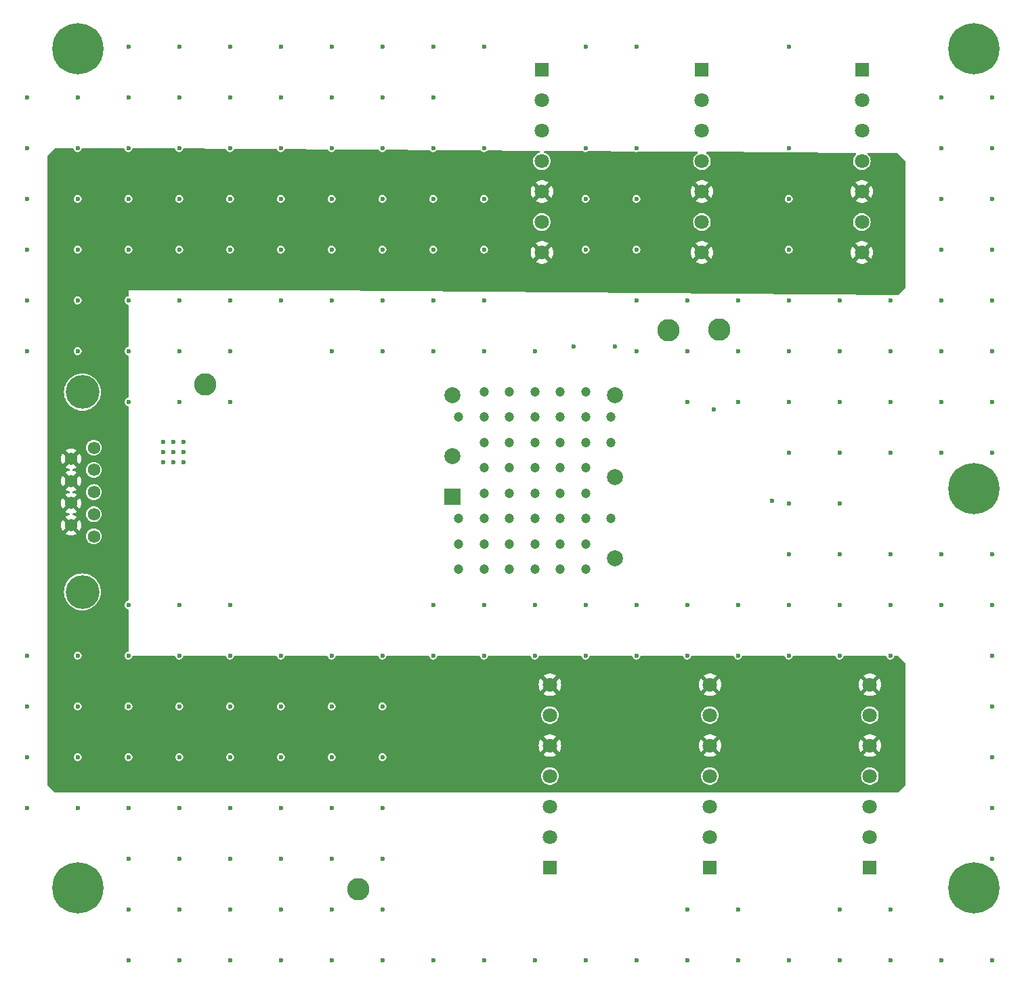
<source format=gbr>
%TF.GenerationSoftware,KiCad,Pcbnew,8.0.6*%
%TF.CreationDate,2025-03-03T14:35:36-05:00*%
%TF.ProjectId,SiPM_Bias_BRD_Telem_PWR,5369504d-5f42-4696-9173-5f4252445f54,rev?*%
%TF.SameCoordinates,Original*%
%TF.FileFunction,Copper,L3,Inr*%
%TF.FilePolarity,Positive*%
%FSLAX46Y46*%
G04 Gerber Fmt 4.6, Leading zero omitted, Abs format (unit mm)*
G04 Created by KiCad (PCBNEW 8.0.6) date 2025-03-03 14:35:36*
%MOMM*%
%LPD*%
G01*
G04 APERTURE LIST*
%TA.AperFunction,ComponentPad*%
%ADD10C,6.400000*%
%TD*%
%TA.AperFunction,ComponentPad*%
%ADD11R,1.800000X1.800000*%
%TD*%
%TA.AperFunction,ComponentPad*%
%ADD12C,1.800000*%
%TD*%
%TA.AperFunction,ComponentPad*%
%ADD13C,2.800000*%
%TD*%
%TA.AperFunction,ComponentPad*%
%ADD14C,1.560000*%
%TD*%
%TA.AperFunction,ComponentPad*%
%ADD15C,4.216000*%
%TD*%
%TA.AperFunction,ComponentPad*%
%ADD16R,2.000000X2.000000*%
%TD*%
%TA.AperFunction,ComponentPad*%
%ADD17C,2.000000*%
%TD*%
%TA.AperFunction,ViaPad*%
%ADD18C,0.600000*%
%TD*%
%TA.AperFunction,ViaPad*%
%ADD19C,1.200000*%
%TD*%
G04 APERTURE END LIST*
D10*
%TO.N,CHASSIS*%
%TO.C,H6*%
X235000000Y-140000000D03*
%TD*%
D11*
%TO.N,/V_P5V_RTN*%
%TO.C,J5*%
X294000000Y-242400000D03*
D12*
%TO.N,/V_P5V*%
X294000000Y-238590000D03*
%TO.N,/V_P5V_RTN*%
X294000000Y-234780000D03*
%TO.N,/V_SEC_RTN*%
X294000000Y-230970000D03*
%TO.N,/V_SEC_IN*%
X294000000Y-227160000D03*
%TO.N,/V_SEC_RTN*%
X294000000Y-223350000D03*
%TO.N,/V_SEC_IN*%
X294000000Y-219540000D03*
%TD*%
D10*
%TO.N,CHASSIS*%
%TO.C,H5*%
X347000000Y-195000000D03*
%TD*%
D11*
%TO.N,/V_P5V_RTN*%
%TO.C,J6*%
X314000000Y-242400000D03*
D12*
%TO.N,/V_P5V*%
X314000000Y-238590000D03*
%TO.N,/V_P5V_RTN*%
X314000000Y-234780000D03*
%TO.N,/V_SEC_RTN*%
X314000000Y-230970000D03*
%TO.N,/V_SEC_IN*%
X314000000Y-227160000D03*
%TO.N,/V_SEC_RTN*%
X314000000Y-223350000D03*
%TO.N,/V_SEC_IN*%
X314000000Y-219540000D03*
%TD*%
D11*
%TO.N,/V_P5V_RTN*%
%TO.C,J2*%
X293000000Y-142600000D03*
D12*
%TO.N,/V_P5V*%
X293000000Y-146410000D03*
%TO.N,/V_P5V_RTN*%
X293000000Y-150220000D03*
%TO.N,/V_SEC_RTN*%
X293000000Y-154030000D03*
%TO.N,/V_SEC_IN*%
X293000000Y-157840000D03*
%TO.N,/V_SEC_RTN*%
X293000000Y-161650000D03*
%TO.N,/V_SEC_IN*%
X293000000Y-165460000D03*
%TD*%
D13*
%TO.N,/V_P5V_RTN*%
%TO.C,P5V_{RTN}*%
X315150000Y-175140000D03*
%TD*%
D14*
%TO.N,/V_SEC_RTN*%
%TO.C,J1*%
X236980000Y-189900000D03*
X236980000Y-192670000D03*
%TO.N,unconnected-(J1-Pad3)*%
X236980000Y-195440000D03*
%TO.N,/V_SEC_RTN*%
X236980000Y-198210000D03*
X236980000Y-200980000D03*
%TO.N,/V_SEC_IN*%
X234140000Y-191285000D03*
X234140000Y-194055000D03*
X234140000Y-196825000D03*
X234140000Y-199595000D03*
D15*
%TO.N,CHASSIS*%
X235560000Y-182940000D03*
X235560000Y-207940000D03*
%TD*%
D10*
%TO.N,CHASSIS*%
%TO.C,H2*%
X347000000Y-245000000D03*
%TD*%
D11*
%TO.N,/V_P5V_RTN*%
%TO.C,J7*%
X334000000Y-242400000D03*
D12*
%TO.N,/V_P5V*%
X334000000Y-238590000D03*
%TO.N,/V_P5V_RTN*%
X334000000Y-234780000D03*
%TO.N,/V_SEC_RTN*%
X334000000Y-230970000D03*
%TO.N,/V_SEC_IN*%
X334000000Y-227160000D03*
%TO.N,/V_SEC_RTN*%
X334000000Y-223350000D03*
%TO.N,/V_SEC_IN*%
X334000000Y-219540000D03*
%TD*%
D10*
%TO.N,CHASSIS*%
%TO.C,H1*%
X235000000Y-245000000D03*
%TD*%
D11*
%TO.N,/V_P5V_RTN*%
%TO.C,J4*%
X333000000Y-142600000D03*
D12*
%TO.N,/V_P5V*%
X333000000Y-146410000D03*
%TO.N,/V_P5V_RTN*%
X333000000Y-150220000D03*
%TO.N,/V_SEC_RTN*%
X333000000Y-154030000D03*
%TO.N,/V_SEC_IN*%
X333000000Y-157840000D03*
%TO.N,/V_SEC_RTN*%
X333000000Y-161650000D03*
%TO.N,/V_SEC_IN*%
X333000000Y-165460000D03*
%TD*%
D13*
%TO.N,/V_SEC_RTN*%
%TO.C,P12V_{RTN}*%
X250930000Y-181990000D03*
%TD*%
%TO.N,/V_P5V*%
%TO.C,P5V*%
X308860000Y-175160000D03*
%TD*%
D16*
%TO.N,/Telem_PWR_Single_Rail/V_POS*%
%TO.C,U1*%
X281837721Y-196043157D03*
D17*
%TO.N,/Telem_PWR_Single_Rail/V_RTN*%
X281837721Y-190943157D03*
%TO.N,/V_P5V*%
X302137721Y-203743157D03*
%TO.N,unconnected-(U1-TRIM-Pad4)*%
X302137721Y-193543157D03*
%TO.N,/V_P5V_RTN*%
X302137721Y-183343157D03*
%TO.N,unconnected-(U1-REMOTE-Pad6)*%
X281837721Y-183343157D03*
%TD*%
D11*
%TO.N,/V_P5V_RTN*%
%TO.C,J3*%
X313000000Y-142600000D03*
D12*
%TO.N,/V_P5V*%
X313000000Y-146410000D03*
%TO.N,/V_P5V_RTN*%
X313000000Y-150220000D03*
%TO.N,/V_SEC_RTN*%
X313000000Y-154030000D03*
%TO.N,/V_SEC_IN*%
X313000000Y-157840000D03*
%TO.N,/V_SEC_RTN*%
X313000000Y-161650000D03*
%TO.N,/V_SEC_IN*%
X313000000Y-165460000D03*
%TD*%
D13*
%TO.N,CHASSIS*%
%TO.C,Chassis*%
X270030000Y-245110000D03*
%TD*%
D10*
%TO.N,CHASSIS*%
%TO.C,H3*%
X347000000Y-140000000D03*
%TD*%
D18*
%TO.N,/V_SEC_RTN*%
X336550000Y-247650000D03*
X245670000Y-190400000D03*
X323850000Y-165100000D03*
X304800000Y-209550000D03*
X273050000Y-152400000D03*
X323850000Y-215900000D03*
X336550000Y-171450000D03*
X317500000Y-209550000D03*
X323850000Y-209550000D03*
X247650000Y-158750000D03*
X323850000Y-177800000D03*
X228600000Y-222250000D03*
X241300000Y-171450000D03*
X285750000Y-215900000D03*
X285750000Y-171450000D03*
X254000000Y-228600000D03*
X311150000Y-171450000D03*
X279400000Y-165100000D03*
X273050000Y-139700000D03*
X323850000Y-190500000D03*
X273050000Y-228600000D03*
X266700000Y-171450000D03*
X266700000Y-158750000D03*
X273050000Y-165100000D03*
X247650000Y-254000000D03*
X273050000Y-158750000D03*
X260350000Y-165100000D03*
X349250000Y-203200000D03*
X349250000Y-152400000D03*
X273050000Y-241300000D03*
X248210000Y-190400000D03*
X323850000Y-184150000D03*
X311150000Y-184150000D03*
X330200000Y-184150000D03*
X241300000Y-228600000D03*
X266700000Y-139700000D03*
X273050000Y-222250000D03*
X241300000Y-177800000D03*
X330200000Y-247650000D03*
X317500000Y-254000000D03*
X273050000Y-234950000D03*
X342900000Y-152400000D03*
X292100000Y-254000000D03*
X349250000Y-171450000D03*
X304800000Y-171450000D03*
X349250000Y-254000000D03*
X336550000Y-254000000D03*
X260350000Y-139700000D03*
X317500000Y-247650000D03*
X266700000Y-247650000D03*
X342900000Y-171450000D03*
X304800000Y-158750000D03*
X246940000Y-191670000D03*
X342900000Y-146050000D03*
X336550000Y-209550000D03*
X279400000Y-209550000D03*
X304800000Y-177800000D03*
X254000000Y-146050000D03*
X247650000Y-184150000D03*
X285750000Y-254000000D03*
X228600000Y-152400000D03*
X311150000Y-254000000D03*
X247650000Y-209550000D03*
X241300000Y-139700000D03*
X292100000Y-215900000D03*
X266700000Y-177800000D03*
X247650000Y-215900000D03*
X330200000Y-190500000D03*
X273050000Y-171450000D03*
X241300000Y-234950000D03*
X241300000Y-165100000D03*
X254000000Y-177800000D03*
X298450000Y-254000000D03*
X266700000Y-152400000D03*
X241300000Y-152400000D03*
X247650000Y-177800000D03*
X247650000Y-234950000D03*
X247650000Y-165100000D03*
X260350000Y-171450000D03*
X273050000Y-215900000D03*
X260350000Y-234950000D03*
X241300000Y-254000000D03*
X330200000Y-177800000D03*
X260350000Y-222250000D03*
X254000000Y-165100000D03*
X298450000Y-209550000D03*
X254000000Y-222250000D03*
X254000000Y-184150000D03*
X266700000Y-165100000D03*
X330200000Y-209550000D03*
X245670000Y-189130000D03*
X254000000Y-209550000D03*
X349250000Y-146050000D03*
X336550000Y-215900000D03*
X342900000Y-203200000D03*
X279400000Y-146050000D03*
X241300000Y-222250000D03*
X349250000Y-241300000D03*
X349250000Y-177800000D03*
X273050000Y-247650000D03*
X342900000Y-209550000D03*
X254000000Y-215900000D03*
X304800000Y-254000000D03*
X279400000Y-254000000D03*
X311150000Y-215900000D03*
X260350000Y-254000000D03*
X254000000Y-247650000D03*
X234950000Y-177800000D03*
X336550000Y-190500000D03*
X241300000Y-184150000D03*
X228600000Y-171450000D03*
X311150000Y-209550000D03*
X323850000Y-196850000D03*
X234950000Y-165100000D03*
X241300000Y-247650000D03*
X279400000Y-171450000D03*
X260350000Y-228600000D03*
X349250000Y-215900000D03*
X266700000Y-241300000D03*
X254000000Y-158750000D03*
X247650000Y-171450000D03*
X323850000Y-203200000D03*
X285750000Y-158750000D03*
X247650000Y-228600000D03*
X285750000Y-139700000D03*
X234950000Y-171450000D03*
X254000000Y-254000000D03*
X247650000Y-222250000D03*
X304800000Y-139700000D03*
X260350000Y-247650000D03*
X336550000Y-184150000D03*
X260350000Y-158750000D03*
X285750000Y-209550000D03*
X285750000Y-152400000D03*
X342900000Y-158750000D03*
X349250000Y-190500000D03*
X342900000Y-165100000D03*
X234950000Y-215900000D03*
X342900000Y-190500000D03*
X349250000Y-234950000D03*
X342900000Y-177800000D03*
X317500000Y-184150000D03*
X273050000Y-177800000D03*
X228600000Y-146050000D03*
X234950000Y-158750000D03*
X279400000Y-152400000D03*
X266700000Y-254000000D03*
X273050000Y-146050000D03*
X254000000Y-234950000D03*
X245670000Y-191670000D03*
X234950000Y-234950000D03*
X330200000Y-203200000D03*
X228600000Y-215900000D03*
X241300000Y-241300000D03*
X317500000Y-177800000D03*
X241300000Y-158750000D03*
X247650000Y-139700000D03*
X241300000Y-209550000D03*
X260350000Y-146050000D03*
X304800000Y-152400000D03*
X323850000Y-171450000D03*
X279400000Y-139700000D03*
X323850000Y-254000000D03*
X234950000Y-222250000D03*
X323850000Y-152400000D03*
X330200000Y-196850000D03*
X330200000Y-215900000D03*
X247650000Y-241300000D03*
X349250000Y-158750000D03*
X260350000Y-215900000D03*
X279400000Y-177800000D03*
X260350000Y-152400000D03*
X311150000Y-177800000D03*
X234950000Y-228600000D03*
X260350000Y-241300000D03*
X247650000Y-152400000D03*
X241300000Y-215900000D03*
X246940000Y-189130000D03*
X248210000Y-191670000D03*
X246940000Y-190400000D03*
X254000000Y-139700000D03*
X342900000Y-254000000D03*
X330200000Y-171450000D03*
X349250000Y-209550000D03*
X323850000Y-139700000D03*
X304800000Y-165100000D03*
X266700000Y-228600000D03*
X228600000Y-158750000D03*
X254000000Y-241300000D03*
X234950000Y-146050000D03*
X247650000Y-247650000D03*
X349250000Y-222250000D03*
X323850000Y-158750000D03*
X273050000Y-254000000D03*
X266700000Y-146050000D03*
X336550000Y-177800000D03*
X311150000Y-247650000D03*
X298450000Y-139700000D03*
X254000000Y-171450000D03*
X285750000Y-165100000D03*
X266700000Y-215900000D03*
X228600000Y-228600000D03*
X247650000Y-146050000D03*
X298450000Y-165100000D03*
X298450000Y-152400000D03*
X285750000Y-177800000D03*
X266700000Y-222250000D03*
X342900000Y-184150000D03*
X336550000Y-203200000D03*
X298450000Y-215900000D03*
X234950000Y-152400000D03*
X292100000Y-177800000D03*
X298450000Y-158750000D03*
X349250000Y-184150000D03*
X292100000Y-209550000D03*
X228600000Y-177800000D03*
X317500000Y-215900000D03*
X228600000Y-165100000D03*
X241300000Y-146050000D03*
X349250000Y-228600000D03*
X304800000Y-215900000D03*
X228600000Y-234950000D03*
X266700000Y-234950000D03*
X279400000Y-158750000D03*
X248210000Y-189130000D03*
X317500000Y-171450000D03*
X349250000Y-165100000D03*
X279400000Y-215900000D03*
X330200000Y-254000000D03*
X254000000Y-152400000D03*
D19*
%TO.N,CHASSIS*%
X292100000Y-182880000D03*
X301625000Y-186055000D03*
X298450000Y-192405000D03*
X282575000Y-198755000D03*
X295275000Y-192405000D03*
X292100000Y-195580000D03*
X298450000Y-182880000D03*
X292100000Y-192405000D03*
X288925000Y-195580000D03*
X292100000Y-189230000D03*
D18*
X297000221Y-177193157D03*
D19*
X295275000Y-198755000D03*
X295275000Y-189230000D03*
X292100000Y-205105000D03*
X295275000Y-205105000D03*
X298450000Y-189230000D03*
X285750000Y-201930000D03*
X288925000Y-198755000D03*
X285750000Y-198755000D03*
X292100000Y-186055000D03*
X282575000Y-205105000D03*
X288925000Y-182880000D03*
X288925000Y-192405000D03*
X298450000Y-195580000D03*
X285750000Y-205105000D03*
X288925000Y-189230000D03*
X298450000Y-186055000D03*
X295275000Y-195580000D03*
X285750000Y-192405000D03*
X282575000Y-186055000D03*
X292100000Y-198755000D03*
X295275000Y-182880000D03*
X288925000Y-186055000D03*
X298450000Y-205105000D03*
X288925000Y-205105000D03*
X301625000Y-198755000D03*
X285750000Y-182880000D03*
X298450000Y-201930000D03*
X295275000Y-201930000D03*
X298450000Y-198755000D03*
X292100000Y-201930000D03*
X288925000Y-201930000D03*
X285750000Y-186055000D03*
X285750000Y-195580000D03*
X282575000Y-201930000D03*
X301625000Y-189230000D03*
X285750000Y-189230000D03*
X295275000Y-186055000D03*
D18*
%TO.N,/V_P5V_RTN*%
X302150221Y-177203157D03*
X314490000Y-185142500D03*
X321800000Y-196540000D03*
%TD*%
%TA.AperFunction,Conductor*%
%TO.N,/V_SEC_IN*%
G36*
X234403945Y-152419685D02*
G01*
X234449700Y-152472489D01*
X234459644Y-152506353D01*
X234464834Y-152542456D01*
X234501257Y-152622209D01*
X234524623Y-152673373D01*
X234618872Y-152782143D01*
X234739947Y-152859953D01*
X234739950Y-152859954D01*
X234739949Y-152859954D01*
X234878036Y-152900499D01*
X234878038Y-152900500D01*
X234878039Y-152900500D01*
X235021962Y-152900500D01*
X235021962Y-152900499D01*
X235144826Y-152864424D01*
X235160050Y-152859954D01*
X235160050Y-152859953D01*
X235160053Y-152859953D01*
X235281128Y-152782143D01*
X235375377Y-152673373D01*
X235435165Y-152542457D01*
X235440356Y-152506353D01*
X235469381Y-152442797D01*
X235528159Y-152405023D01*
X235563094Y-152400000D01*
X240299901Y-152400000D01*
X240300305Y-152400000D01*
X240687493Y-152401266D01*
X240754467Y-152421169D01*
X240800049Y-152474122D01*
X240809825Y-152507616D01*
X240814834Y-152542454D01*
X240814835Y-152542458D01*
X240851257Y-152622209D01*
X240874623Y-152673373D01*
X240968872Y-152782143D01*
X241089947Y-152859953D01*
X241089950Y-152859954D01*
X241089949Y-152859954D01*
X241228036Y-152900499D01*
X241228038Y-152900500D01*
X241228039Y-152900500D01*
X241371962Y-152900500D01*
X241371962Y-152900499D01*
X241494826Y-152864424D01*
X241510050Y-152859954D01*
X241510050Y-152859953D01*
X241510053Y-152859953D01*
X241631128Y-152782143D01*
X241725377Y-152673373D01*
X241785165Y-152542457D01*
X241789598Y-152511622D01*
X241818622Y-152448067D01*
X241877400Y-152410292D01*
X241912737Y-152405270D01*
X242299979Y-152406536D01*
X247043114Y-152437536D01*
X247110022Y-152457658D01*
X247155431Y-152510760D01*
X247162169Y-152533991D01*
X247162335Y-152533943D01*
X247164835Y-152542458D01*
X247201257Y-152622209D01*
X247224623Y-152673373D01*
X247318872Y-152782143D01*
X247439947Y-152859953D01*
X247439950Y-152859954D01*
X247439949Y-152859954D01*
X247578036Y-152900499D01*
X247578038Y-152900500D01*
X247578039Y-152900500D01*
X247721962Y-152900500D01*
X247721962Y-152900499D01*
X247844826Y-152864424D01*
X247860050Y-152859954D01*
X247860050Y-152859953D01*
X247860053Y-152859953D01*
X247981128Y-152782143D01*
X248075377Y-152673373D01*
X248135165Y-152542457D01*
X248135166Y-152542449D01*
X248137489Y-152534540D01*
X248175261Y-152475760D01*
X248238815Y-152446732D01*
X248257270Y-152445472D01*
X253407036Y-152479131D01*
X253473943Y-152499252D01*
X253519017Y-152551615D01*
X253551257Y-152622209D01*
X253574623Y-152673373D01*
X253668872Y-152782143D01*
X253789947Y-152859953D01*
X253789950Y-152859954D01*
X253789949Y-152859954D01*
X253928036Y-152900499D01*
X253928038Y-152900500D01*
X253928039Y-152900500D01*
X254071962Y-152900500D01*
X254071962Y-152900499D01*
X254194826Y-152864424D01*
X254210050Y-152859954D01*
X254210050Y-152859953D01*
X254210053Y-152859953D01*
X254331128Y-152782143D01*
X254425377Y-152673373D01*
X254477448Y-152559353D01*
X254523203Y-152506550D01*
X254590242Y-152486866D01*
X254590783Y-152486868D01*
X259776045Y-152520758D01*
X259842954Y-152540880D01*
X259888028Y-152593243D01*
X259901257Y-152622209D01*
X259924623Y-152673373D01*
X260018872Y-152782143D01*
X260139947Y-152859953D01*
X260139950Y-152859954D01*
X260139949Y-152859954D01*
X260278036Y-152900499D01*
X260278038Y-152900500D01*
X260278039Y-152900500D01*
X260421962Y-152900500D01*
X260421962Y-152900499D01*
X260544826Y-152864424D01*
X260560050Y-152859954D01*
X260560050Y-152859953D01*
X260560053Y-152859953D01*
X260681128Y-152782143D01*
X260775377Y-152673373D01*
X260808552Y-152600730D01*
X260854304Y-152547930D01*
X260921343Y-152528245D01*
X260921629Y-152528246D01*
X266145058Y-152562386D01*
X266211965Y-152582507D01*
X266257039Y-152634870D01*
X266274623Y-152673373D01*
X266368872Y-152782143D01*
X266489947Y-152859953D01*
X266489950Y-152859954D01*
X266489949Y-152859954D01*
X266628036Y-152900499D01*
X266628038Y-152900500D01*
X266628039Y-152900500D01*
X266771962Y-152900500D01*
X266771962Y-152900499D01*
X266894826Y-152864424D01*
X266910050Y-152859954D01*
X266910050Y-152859953D01*
X266910053Y-152859953D01*
X267031128Y-152782143D01*
X267125377Y-152673373D01*
X267139652Y-152642114D01*
X267185404Y-152589311D01*
X267252443Y-152569625D01*
X267252829Y-152569626D01*
X272514070Y-152604013D01*
X272580975Y-152624134D01*
X272617970Y-152667107D01*
X272619829Y-152665913D01*
X272624623Y-152673373D01*
X272718872Y-152782143D01*
X272839947Y-152859953D01*
X272839950Y-152859954D01*
X272839949Y-152859954D01*
X272978036Y-152900499D01*
X272978038Y-152900500D01*
X272978039Y-152900500D01*
X273121962Y-152900500D01*
X273121962Y-152900499D01*
X273244826Y-152864424D01*
X273260050Y-152859954D01*
X273260050Y-152859953D01*
X273260053Y-152859953D01*
X273381128Y-152782143D01*
X273475377Y-152673373D01*
X273475381Y-152673364D01*
X273478853Y-152667964D01*
X273531657Y-152622209D01*
X273583976Y-152611006D01*
X278894840Y-152645717D01*
X278961747Y-152665839D01*
X278987740Y-152688511D01*
X279068872Y-152782143D01*
X279189947Y-152859953D01*
X279189950Y-152859954D01*
X279189949Y-152859954D01*
X279328036Y-152900499D01*
X279328038Y-152900500D01*
X279328039Y-152900500D01*
X279471962Y-152900500D01*
X279471962Y-152900499D01*
X279594826Y-152864424D01*
X279610050Y-152859954D01*
X279610050Y-152859953D01*
X279610053Y-152859953D01*
X279731128Y-152782143D01*
X279806560Y-152695088D01*
X279865338Y-152657314D01*
X279901078Y-152652294D01*
X285281006Y-152687457D01*
X285347915Y-152707579D01*
X285373907Y-152730250D01*
X285418872Y-152782143D01*
X285539947Y-152859953D01*
X285539950Y-152859954D01*
X285539949Y-152859954D01*
X285678036Y-152900499D01*
X285678038Y-152900500D01*
X285678039Y-152900500D01*
X285821962Y-152900500D01*
X285821962Y-152900499D01*
X285944826Y-152864424D01*
X285960050Y-152859954D01*
X285960050Y-152859953D01*
X285960053Y-152859953D01*
X286081128Y-152782143D01*
X286120801Y-152736357D01*
X286179574Y-152698584D01*
X286215313Y-152693564D01*
X289877500Y-152717500D01*
X292632517Y-152735506D01*
X292699422Y-152755627D01*
X292744831Y-152808729D01*
X292754322Y-152877951D01*
X292724882Y-152941315D01*
X292676496Y-152975128D01*
X292507373Y-153040647D01*
X292507357Y-153040655D01*
X292333960Y-153148017D01*
X292333958Y-153148019D01*
X292183237Y-153285418D01*
X292060327Y-153448178D01*
X291969422Y-153630739D01*
X291969417Y-153630752D01*
X291913602Y-153826917D01*
X291894785Y-154029999D01*
X291894785Y-154030000D01*
X291913602Y-154233082D01*
X291969417Y-154429247D01*
X291969422Y-154429260D01*
X292060327Y-154611821D01*
X292183237Y-154774581D01*
X292333958Y-154911980D01*
X292333960Y-154911982D01*
X292433141Y-154973392D01*
X292507363Y-155019348D01*
X292697544Y-155093024D01*
X292898024Y-155130500D01*
X292898026Y-155130500D01*
X293101974Y-155130500D01*
X293101976Y-155130500D01*
X293302456Y-155093024D01*
X293492637Y-155019348D01*
X293666041Y-154911981D01*
X293816764Y-154774579D01*
X293939673Y-154611821D01*
X294030582Y-154429250D01*
X294086397Y-154233083D01*
X294105215Y-154030000D01*
X294086397Y-153826917D01*
X294030582Y-153630750D01*
X293939673Y-153448179D01*
X293816764Y-153285421D01*
X293816762Y-153285418D01*
X293666041Y-153148019D01*
X293666039Y-153148017D01*
X293492642Y-153040655D01*
X293492641Y-153040654D01*
X293492637Y-153040652D01*
X293492632Y-153040650D01*
X293492626Y-153040647D01*
X293336143Y-152980025D01*
X293280741Y-152937453D01*
X293257151Y-152871686D01*
X293272862Y-152803605D01*
X293322886Y-152754827D01*
X293381740Y-152740403D01*
X298065961Y-152771019D01*
X298132186Y-152790700D01*
X298239944Y-152859952D01*
X298239949Y-152859954D01*
X298378036Y-152900499D01*
X298378038Y-152900500D01*
X298378039Y-152900500D01*
X298521962Y-152900500D01*
X298521962Y-152900499D01*
X298644826Y-152864424D01*
X298660050Y-152859954D01*
X298660051Y-152859954D01*
X298660053Y-152859953D01*
X298760064Y-152795679D01*
X298827103Y-152775995D01*
X298827420Y-152775996D01*
X304481204Y-152812948D01*
X304547431Y-152832630D01*
X304589945Y-152859952D01*
X304589951Y-152859955D01*
X304728036Y-152900499D01*
X304728038Y-152900500D01*
X304728039Y-152900500D01*
X304871962Y-152900500D01*
X304871962Y-152900499D01*
X305010053Y-152859953D01*
X305046135Y-152836764D01*
X305113169Y-152817080D01*
X305113353Y-152817080D01*
X312356986Y-152864424D01*
X312423891Y-152884545D01*
X312469300Y-152937647D01*
X312478791Y-153006869D01*
X312449351Y-153070233D01*
X312421449Y-153093847D01*
X312333957Y-153148020D01*
X312183237Y-153285418D01*
X312060327Y-153448178D01*
X311969422Y-153630739D01*
X311969417Y-153630752D01*
X311913602Y-153826917D01*
X311894785Y-154029999D01*
X311894785Y-154030000D01*
X311913602Y-154233082D01*
X311969417Y-154429247D01*
X311969422Y-154429260D01*
X312060327Y-154611821D01*
X312183237Y-154774581D01*
X312333958Y-154911980D01*
X312333960Y-154911982D01*
X312433141Y-154973392D01*
X312507363Y-155019348D01*
X312697544Y-155093024D01*
X312898024Y-155130500D01*
X312898026Y-155130500D01*
X313101974Y-155130500D01*
X313101976Y-155130500D01*
X313302456Y-155093024D01*
X313492637Y-155019348D01*
X313666041Y-154911981D01*
X313816764Y-154774579D01*
X313939673Y-154611821D01*
X314030582Y-154429250D01*
X314086397Y-154233083D01*
X314105215Y-154030000D01*
X314086397Y-153826917D01*
X314030582Y-153630750D01*
X313939673Y-153448179D01*
X313816764Y-153285421D01*
X313816762Y-153285418D01*
X313666042Y-153148020D01*
X313666041Y-153148019D01*
X313592288Y-153102353D01*
X313545653Y-153050325D01*
X313534549Y-152981343D01*
X313562502Y-152917309D01*
X313620638Y-152878552D01*
X313658366Y-152872930D01*
X332183631Y-152994010D01*
X332250540Y-153014132D01*
X332295949Y-153067234D01*
X332305440Y-153136456D01*
X332276000Y-153199820D01*
X332266359Y-153209644D01*
X332183235Y-153285421D01*
X332060327Y-153448178D01*
X331969422Y-153630739D01*
X331969417Y-153630752D01*
X331913602Y-153826917D01*
X331894785Y-154029999D01*
X331894785Y-154030000D01*
X331913602Y-154233082D01*
X331969417Y-154429247D01*
X331969422Y-154429260D01*
X332060327Y-154611821D01*
X332183237Y-154774581D01*
X332333958Y-154911980D01*
X332333960Y-154911982D01*
X332433141Y-154973392D01*
X332507363Y-155019348D01*
X332697544Y-155093024D01*
X332898024Y-155130500D01*
X332898026Y-155130500D01*
X333101974Y-155130500D01*
X333101976Y-155130500D01*
X333302456Y-155093024D01*
X333492637Y-155019348D01*
X333666041Y-154911981D01*
X333816764Y-154774579D01*
X333939673Y-154611821D01*
X334030582Y-154429250D01*
X334086397Y-154233083D01*
X334105215Y-154030000D01*
X334086397Y-153826917D01*
X334030582Y-153630750D01*
X333939673Y-153448179D01*
X333816764Y-153285421D01*
X333816762Y-153285418D01*
X333745443Y-153220403D01*
X333709161Y-153160692D01*
X333710922Y-153090845D01*
X333750165Y-153033037D01*
X333814432Y-153005622D01*
X333829779Y-153004769D01*
X337403898Y-153028129D01*
X337470806Y-153048251D01*
X337491051Y-153064730D01*
X338418967Y-153998731D01*
X338452252Y-154060162D01*
X338455000Y-154086124D01*
X338455000Y-169763326D01*
X338435315Y-169830365D01*
X338418306Y-169851381D01*
X337491730Y-170770071D01*
X337430264Y-170803294D01*
X337403364Y-170806011D01*
X265160104Y-170188547D01*
X265159894Y-170188546D01*
X264160000Y-170180000D01*
X263160000Y-170180000D01*
X263159969Y-170180000D01*
X242299999Y-170180000D01*
X241300000Y-170180000D01*
X241300000Y-170949500D01*
X241228036Y-170949500D01*
X241089949Y-170990045D01*
X240968873Y-171067856D01*
X240874623Y-171176626D01*
X240874622Y-171176628D01*
X240814834Y-171307543D01*
X240794353Y-171450000D01*
X240814834Y-171592456D01*
X240874622Y-171723371D01*
X240874623Y-171723373D01*
X240968872Y-171832143D01*
X241089947Y-171909953D01*
X241089950Y-171909954D01*
X241089949Y-171909954D01*
X241210934Y-171945478D01*
X241269713Y-171983252D01*
X241298738Y-172046807D01*
X241300000Y-172064455D01*
X241300000Y-177185544D01*
X241280315Y-177252583D01*
X241227511Y-177298338D01*
X241210935Y-177304521D01*
X241089949Y-177340045D01*
X240968873Y-177417856D01*
X240874623Y-177526626D01*
X240874622Y-177526628D01*
X240814834Y-177657543D01*
X240794353Y-177800000D01*
X240814834Y-177942456D01*
X240874622Y-178073371D01*
X240874623Y-178073373D01*
X240968872Y-178182143D01*
X241089947Y-178259953D01*
X241089950Y-178259954D01*
X241089949Y-178259954D01*
X241210934Y-178295478D01*
X241269713Y-178333252D01*
X241298738Y-178396807D01*
X241300000Y-178414455D01*
X241300000Y-183535544D01*
X241280315Y-183602583D01*
X241227511Y-183648338D01*
X241210935Y-183654521D01*
X241089949Y-183690045D01*
X240968873Y-183767856D01*
X240874623Y-183876626D01*
X240874622Y-183876628D01*
X240814834Y-184007543D01*
X240794353Y-184150000D01*
X240814834Y-184292456D01*
X240874180Y-184422404D01*
X240874623Y-184423373D01*
X240968872Y-184532143D01*
X241089947Y-184609953D01*
X241089950Y-184609954D01*
X241089949Y-184609954D01*
X241210934Y-184645478D01*
X241269713Y-184683252D01*
X241298738Y-184746807D01*
X241300000Y-184764455D01*
X241300000Y-208935544D01*
X241280315Y-209002583D01*
X241227511Y-209048338D01*
X241210935Y-209054521D01*
X241089949Y-209090045D01*
X240968873Y-209167856D01*
X240874623Y-209276626D01*
X240874622Y-209276628D01*
X240814834Y-209407543D01*
X240794353Y-209550000D01*
X240814834Y-209692456D01*
X240852708Y-209775386D01*
X240874623Y-209823373D01*
X240968872Y-209932143D01*
X241089947Y-210009953D01*
X241089950Y-210009954D01*
X241089949Y-210009954D01*
X241210934Y-210045478D01*
X241269713Y-210083252D01*
X241298738Y-210146807D01*
X241300000Y-210164455D01*
X241300000Y-215399500D01*
X241228036Y-215399500D01*
X241089949Y-215440045D01*
X240968873Y-215517856D01*
X240874623Y-215626626D01*
X240874622Y-215626628D01*
X240814834Y-215757543D01*
X240794353Y-215900000D01*
X240814834Y-216042456D01*
X240874622Y-216173371D01*
X240874623Y-216173373D01*
X240968872Y-216282143D01*
X241089947Y-216359953D01*
X241089950Y-216359954D01*
X241089949Y-216359954D01*
X241228036Y-216400499D01*
X241228038Y-216400500D01*
X241228039Y-216400500D01*
X241371962Y-216400500D01*
X241371962Y-216400499D01*
X241510053Y-216359953D01*
X241631128Y-216282143D01*
X241725377Y-216173373D01*
X241785165Y-216042457D01*
X241805647Y-215900000D01*
X247036906Y-215900000D01*
X247103945Y-215919685D01*
X247149700Y-215972489D01*
X247159644Y-216006353D01*
X247164834Y-216042456D01*
X247224622Y-216173371D01*
X247224623Y-216173373D01*
X247318872Y-216282143D01*
X247439947Y-216359953D01*
X247439950Y-216359954D01*
X247439949Y-216359954D01*
X247578036Y-216400499D01*
X247578038Y-216400500D01*
X247578039Y-216400500D01*
X247721962Y-216400500D01*
X247721962Y-216400499D01*
X247860053Y-216359953D01*
X247981128Y-216282143D01*
X248075377Y-216173373D01*
X248135165Y-216042457D01*
X248140356Y-216006353D01*
X248169381Y-215942797D01*
X248228159Y-215905023D01*
X248263094Y-215900000D01*
X253386906Y-215900000D01*
X253453945Y-215919685D01*
X253499700Y-215972489D01*
X253509644Y-216006353D01*
X253514834Y-216042456D01*
X253574622Y-216173371D01*
X253574623Y-216173373D01*
X253668872Y-216282143D01*
X253789947Y-216359953D01*
X253789950Y-216359954D01*
X253789949Y-216359954D01*
X253928036Y-216400499D01*
X253928038Y-216400500D01*
X253928039Y-216400500D01*
X254071962Y-216400500D01*
X254071962Y-216400499D01*
X254210053Y-216359953D01*
X254331128Y-216282143D01*
X254425377Y-216173373D01*
X254485165Y-216042457D01*
X254490356Y-216006353D01*
X254519381Y-215942797D01*
X254578159Y-215905023D01*
X254613094Y-215900000D01*
X259736906Y-215900000D01*
X259803945Y-215919685D01*
X259849700Y-215972489D01*
X259859644Y-216006353D01*
X259864834Y-216042456D01*
X259924622Y-216173371D01*
X259924623Y-216173373D01*
X260018872Y-216282143D01*
X260139947Y-216359953D01*
X260139950Y-216359954D01*
X260139949Y-216359954D01*
X260278036Y-216400499D01*
X260278038Y-216400500D01*
X260278039Y-216400500D01*
X260421962Y-216400500D01*
X260421962Y-216400499D01*
X260560053Y-216359953D01*
X260681128Y-216282143D01*
X260775377Y-216173373D01*
X260835165Y-216042457D01*
X260840356Y-216006353D01*
X260869381Y-215942797D01*
X260928159Y-215905023D01*
X260963094Y-215900000D01*
X266086906Y-215900000D01*
X266153945Y-215919685D01*
X266199700Y-215972489D01*
X266209644Y-216006353D01*
X266214834Y-216042456D01*
X266274622Y-216173371D01*
X266274623Y-216173373D01*
X266368872Y-216282143D01*
X266489947Y-216359953D01*
X266489950Y-216359954D01*
X266489949Y-216359954D01*
X266628036Y-216400499D01*
X266628038Y-216400500D01*
X266628039Y-216400500D01*
X266771962Y-216400500D01*
X266771962Y-216400499D01*
X266910053Y-216359953D01*
X267031128Y-216282143D01*
X267125377Y-216173373D01*
X267185165Y-216042457D01*
X267190356Y-216006353D01*
X267219381Y-215942797D01*
X267278159Y-215905023D01*
X267313094Y-215900000D01*
X272436906Y-215900000D01*
X272503945Y-215919685D01*
X272549700Y-215972489D01*
X272559644Y-216006353D01*
X272564834Y-216042456D01*
X272624622Y-216173371D01*
X272624623Y-216173373D01*
X272718872Y-216282143D01*
X272839947Y-216359953D01*
X272839950Y-216359954D01*
X272839949Y-216359954D01*
X272978036Y-216400499D01*
X272978038Y-216400500D01*
X272978039Y-216400500D01*
X273121962Y-216400500D01*
X273121962Y-216400499D01*
X273260053Y-216359953D01*
X273381128Y-216282143D01*
X273475377Y-216173373D01*
X273535165Y-216042457D01*
X273540356Y-216006353D01*
X273569381Y-215942797D01*
X273628159Y-215905023D01*
X273663094Y-215900000D01*
X278786906Y-215900000D01*
X278853945Y-215919685D01*
X278899700Y-215972489D01*
X278909644Y-216006353D01*
X278914834Y-216042456D01*
X278974622Y-216173371D01*
X278974623Y-216173373D01*
X279068872Y-216282143D01*
X279189947Y-216359953D01*
X279189950Y-216359954D01*
X279189949Y-216359954D01*
X279328036Y-216400499D01*
X279328038Y-216400500D01*
X279328039Y-216400500D01*
X279471962Y-216400500D01*
X279471962Y-216400499D01*
X279610053Y-216359953D01*
X279731128Y-216282143D01*
X279825377Y-216173373D01*
X279885165Y-216042457D01*
X279890356Y-216006353D01*
X279919381Y-215942797D01*
X279978159Y-215905023D01*
X280013094Y-215900000D01*
X285136906Y-215900000D01*
X285203945Y-215919685D01*
X285249700Y-215972489D01*
X285259644Y-216006353D01*
X285264834Y-216042456D01*
X285324622Y-216173371D01*
X285324623Y-216173373D01*
X285418872Y-216282143D01*
X285539947Y-216359953D01*
X285539950Y-216359954D01*
X285539949Y-216359954D01*
X285678036Y-216400499D01*
X285678038Y-216400500D01*
X285678039Y-216400500D01*
X285821962Y-216400500D01*
X285821962Y-216400499D01*
X285960053Y-216359953D01*
X286081128Y-216282143D01*
X286175377Y-216173373D01*
X286235165Y-216042457D01*
X286240356Y-216006353D01*
X286269381Y-215942797D01*
X286328159Y-215905023D01*
X286363094Y-215900000D01*
X291486906Y-215900000D01*
X291553945Y-215919685D01*
X291599700Y-215972489D01*
X291609644Y-216006353D01*
X291614834Y-216042456D01*
X291674622Y-216173371D01*
X291674623Y-216173373D01*
X291768872Y-216282143D01*
X291889947Y-216359953D01*
X291889950Y-216359954D01*
X291889949Y-216359954D01*
X292028036Y-216400499D01*
X292028038Y-216400500D01*
X292028039Y-216400500D01*
X292171962Y-216400500D01*
X292171962Y-216400499D01*
X292310053Y-216359953D01*
X292431128Y-216282143D01*
X292525377Y-216173373D01*
X292585165Y-216042457D01*
X292590356Y-216006353D01*
X292619381Y-215942797D01*
X292678159Y-215905023D01*
X292713094Y-215900000D01*
X297836906Y-215900000D01*
X297903945Y-215919685D01*
X297949700Y-215972489D01*
X297959644Y-216006353D01*
X297964834Y-216042456D01*
X298024622Y-216173371D01*
X298024623Y-216173373D01*
X298118872Y-216282143D01*
X298239947Y-216359953D01*
X298239950Y-216359954D01*
X298239949Y-216359954D01*
X298378036Y-216400499D01*
X298378038Y-216400500D01*
X298378039Y-216400500D01*
X298521962Y-216400500D01*
X298521962Y-216400499D01*
X298660053Y-216359953D01*
X298781128Y-216282143D01*
X298875377Y-216173373D01*
X298935165Y-216042457D01*
X298940356Y-216006353D01*
X298969381Y-215942797D01*
X299028159Y-215905023D01*
X299063094Y-215900000D01*
X304186906Y-215900000D01*
X304253945Y-215919685D01*
X304299700Y-215972489D01*
X304309644Y-216006353D01*
X304314834Y-216042456D01*
X304374622Y-216173371D01*
X304374623Y-216173373D01*
X304468872Y-216282143D01*
X304589947Y-216359953D01*
X304589950Y-216359954D01*
X304589949Y-216359954D01*
X304728036Y-216400499D01*
X304728038Y-216400500D01*
X304728039Y-216400500D01*
X304871962Y-216400500D01*
X304871962Y-216400499D01*
X305010053Y-216359953D01*
X305131128Y-216282143D01*
X305225377Y-216173373D01*
X305285165Y-216042457D01*
X305290356Y-216006353D01*
X305319381Y-215942797D01*
X305378159Y-215905023D01*
X305413094Y-215900000D01*
X310536906Y-215900000D01*
X310603945Y-215919685D01*
X310649700Y-215972489D01*
X310659644Y-216006353D01*
X310664834Y-216042456D01*
X310724622Y-216173371D01*
X310724623Y-216173373D01*
X310818872Y-216282143D01*
X310939947Y-216359953D01*
X310939950Y-216359954D01*
X310939949Y-216359954D01*
X311078036Y-216400499D01*
X311078038Y-216400500D01*
X311078039Y-216400500D01*
X311221962Y-216400500D01*
X311221962Y-216400499D01*
X311360053Y-216359953D01*
X311481128Y-216282143D01*
X311575377Y-216173373D01*
X311635165Y-216042457D01*
X311640356Y-216006353D01*
X311669381Y-215942797D01*
X311728159Y-215905023D01*
X311763094Y-215900000D01*
X316886906Y-215900000D01*
X316953945Y-215919685D01*
X316999700Y-215972489D01*
X317009644Y-216006353D01*
X317014834Y-216042456D01*
X317074622Y-216173371D01*
X317074623Y-216173373D01*
X317168872Y-216282143D01*
X317289947Y-216359953D01*
X317289950Y-216359954D01*
X317289949Y-216359954D01*
X317428036Y-216400499D01*
X317428038Y-216400500D01*
X317428039Y-216400500D01*
X317571962Y-216400500D01*
X317571962Y-216400499D01*
X317710053Y-216359953D01*
X317831128Y-216282143D01*
X317925377Y-216173373D01*
X317985165Y-216042457D01*
X317990356Y-216006353D01*
X318019381Y-215942797D01*
X318078159Y-215905023D01*
X318113094Y-215900000D01*
X323236906Y-215900000D01*
X323303945Y-215919685D01*
X323349700Y-215972489D01*
X323359644Y-216006353D01*
X323364834Y-216042456D01*
X323424622Y-216173371D01*
X323424623Y-216173373D01*
X323518872Y-216282143D01*
X323639947Y-216359953D01*
X323639950Y-216359954D01*
X323639949Y-216359954D01*
X323778036Y-216400499D01*
X323778038Y-216400500D01*
X323778039Y-216400500D01*
X323921962Y-216400500D01*
X323921962Y-216400499D01*
X324060053Y-216359953D01*
X324181128Y-216282143D01*
X324275377Y-216173373D01*
X324335165Y-216042457D01*
X324340356Y-216006353D01*
X324369381Y-215942797D01*
X324428159Y-215905023D01*
X324463094Y-215900000D01*
X329586906Y-215900000D01*
X329653945Y-215919685D01*
X329699700Y-215972489D01*
X329709644Y-216006353D01*
X329714834Y-216042456D01*
X329774622Y-216173371D01*
X329774623Y-216173373D01*
X329868872Y-216282143D01*
X329989947Y-216359953D01*
X329989950Y-216359954D01*
X329989949Y-216359954D01*
X330128036Y-216400499D01*
X330128038Y-216400500D01*
X330128039Y-216400500D01*
X330271962Y-216400500D01*
X330271962Y-216400499D01*
X330410053Y-216359953D01*
X330531128Y-216282143D01*
X330625377Y-216173373D01*
X330685165Y-216042457D01*
X330690356Y-216006353D01*
X330719381Y-215942797D01*
X330778159Y-215905023D01*
X330813094Y-215900000D01*
X335936906Y-215900000D01*
X336003945Y-215919685D01*
X336049700Y-215972489D01*
X336059644Y-216006353D01*
X336064834Y-216042456D01*
X336124622Y-216173371D01*
X336124623Y-216173373D01*
X336218872Y-216282143D01*
X336339947Y-216359953D01*
X336339950Y-216359954D01*
X336339949Y-216359954D01*
X336478036Y-216400499D01*
X336478038Y-216400500D01*
X336478039Y-216400500D01*
X336621962Y-216400500D01*
X336621962Y-216400499D01*
X336760053Y-216359953D01*
X336881128Y-216282143D01*
X336975377Y-216173373D01*
X337035165Y-216042457D01*
X337040356Y-216006353D01*
X337069381Y-215942797D01*
X337128159Y-215905023D01*
X337163094Y-215900000D01*
X337403638Y-215900000D01*
X337470677Y-215919685D01*
X337491319Y-215936319D01*
X338418681Y-216863681D01*
X338452166Y-216925004D01*
X338455000Y-216951362D01*
X338455000Y-231993638D01*
X338435315Y-232060677D01*
X338418681Y-232081319D01*
X337491319Y-233008681D01*
X337429996Y-233042166D01*
X337403638Y-233045000D01*
X241300000Y-233045000D01*
X232191362Y-233045000D01*
X232124323Y-233025315D01*
X232103681Y-233008681D01*
X231176319Y-232081319D01*
X231142834Y-232019996D01*
X231140000Y-231993638D01*
X231140000Y-230969999D01*
X292894785Y-230969999D01*
X292894785Y-230970000D01*
X292913602Y-231173082D01*
X292969417Y-231369247D01*
X292969422Y-231369260D01*
X293060327Y-231551821D01*
X293183237Y-231714581D01*
X293333958Y-231851980D01*
X293333960Y-231851982D01*
X293433141Y-231913392D01*
X293507363Y-231959348D01*
X293697544Y-232033024D01*
X293898024Y-232070500D01*
X293898026Y-232070500D01*
X294101974Y-232070500D01*
X294101976Y-232070500D01*
X294302456Y-232033024D01*
X294492637Y-231959348D01*
X294666041Y-231851981D01*
X294816764Y-231714579D01*
X294939673Y-231551821D01*
X295030582Y-231369250D01*
X295086397Y-231173083D01*
X295105215Y-230970000D01*
X295105215Y-230969999D01*
X312894785Y-230969999D01*
X312894785Y-230970000D01*
X312913602Y-231173082D01*
X312969417Y-231369247D01*
X312969422Y-231369260D01*
X313060327Y-231551821D01*
X313183237Y-231714581D01*
X313333958Y-231851980D01*
X313333960Y-231851982D01*
X313433141Y-231913392D01*
X313507363Y-231959348D01*
X313697544Y-232033024D01*
X313898024Y-232070500D01*
X313898026Y-232070500D01*
X314101974Y-232070500D01*
X314101976Y-232070500D01*
X314302456Y-232033024D01*
X314492637Y-231959348D01*
X314666041Y-231851981D01*
X314816764Y-231714579D01*
X314939673Y-231551821D01*
X315030582Y-231369250D01*
X315086397Y-231173083D01*
X315105215Y-230970000D01*
X315105215Y-230969999D01*
X332894785Y-230969999D01*
X332894785Y-230970000D01*
X332913602Y-231173082D01*
X332969417Y-231369247D01*
X332969422Y-231369260D01*
X333060327Y-231551821D01*
X333183237Y-231714581D01*
X333333958Y-231851980D01*
X333333960Y-231851982D01*
X333433141Y-231913392D01*
X333507363Y-231959348D01*
X333697544Y-232033024D01*
X333898024Y-232070500D01*
X333898026Y-232070500D01*
X334101974Y-232070500D01*
X334101976Y-232070500D01*
X334302456Y-232033024D01*
X334492637Y-231959348D01*
X334666041Y-231851981D01*
X334816764Y-231714579D01*
X334939673Y-231551821D01*
X335030582Y-231369250D01*
X335086397Y-231173083D01*
X335105215Y-230970000D01*
X335086397Y-230766917D01*
X335030582Y-230570750D01*
X334939673Y-230388179D01*
X334816764Y-230225421D01*
X334816762Y-230225418D01*
X334666041Y-230088019D01*
X334666039Y-230088017D01*
X334492642Y-229980655D01*
X334492635Y-229980651D01*
X334397546Y-229943814D01*
X334302456Y-229906976D01*
X334101976Y-229869500D01*
X333898024Y-229869500D01*
X333697544Y-229906976D01*
X333697541Y-229906976D01*
X333697541Y-229906977D01*
X333507364Y-229980651D01*
X333507357Y-229980655D01*
X333333960Y-230088017D01*
X333333958Y-230088019D01*
X333183237Y-230225418D01*
X333060327Y-230388178D01*
X332969422Y-230570739D01*
X332969417Y-230570752D01*
X332913602Y-230766917D01*
X332894785Y-230969999D01*
X315105215Y-230969999D01*
X315086397Y-230766917D01*
X315030582Y-230570750D01*
X314939673Y-230388179D01*
X314816764Y-230225421D01*
X314816762Y-230225418D01*
X314666041Y-230088019D01*
X314666039Y-230088017D01*
X314492642Y-229980655D01*
X314492635Y-229980651D01*
X314397546Y-229943814D01*
X314302456Y-229906976D01*
X314101976Y-229869500D01*
X313898024Y-229869500D01*
X313697544Y-229906976D01*
X313697541Y-229906976D01*
X313697541Y-229906977D01*
X313507364Y-229980651D01*
X313507357Y-229980655D01*
X313333960Y-230088017D01*
X313333958Y-230088019D01*
X313183237Y-230225418D01*
X313060327Y-230388178D01*
X312969422Y-230570739D01*
X312969417Y-230570752D01*
X312913602Y-230766917D01*
X312894785Y-230969999D01*
X295105215Y-230969999D01*
X295086397Y-230766917D01*
X295030582Y-230570750D01*
X294939673Y-230388179D01*
X294816764Y-230225421D01*
X294816762Y-230225418D01*
X294666041Y-230088019D01*
X294666039Y-230088017D01*
X294492642Y-229980655D01*
X294492635Y-229980651D01*
X294397546Y-229943814D01*
X294302456Y-229906976D01*
X294101976Y-229869500D01*
X293898024Y-229869500D01*
X293697544Y-229906976D01*
X293697541Y-229906976D01*
X293697541Y-229906977D01*
X293507364Y-229980651D01*
X293507357Y-229980655D01*
X293333960Y-230088017D01*
X293333958Y-230088019D01*
X293183237Y-230225418D01*
X293060327Y-230388178D01*
X292969422Y-230570739D01*
X292969417Y-230570752D01*
X292913602Y-230766917D01*
X292894785Y-230969999D01*
X231140000Y-230969999D01*
X231140000Y-228600000D01*
X234444353Y-228600000D01*
X234464834Y-228742456D01*
X234524622Y-228873371D01*
X234524623Y-228873373D01*
X234618872Y-228982143D01*
X234739947Y-229059953D01*
X234739950Y-229059954D01*
X234739949Y-229059954D01*
X234878036Y-229100499D01*
X234878038Y-229100500D01*
X234878039Y-229100500D01*
X235021962Y-229100500D01*
X235021962Y-229100499D01*
X235160053Y-229059953D01*
X235281128Y-228982143D01*
X235375377Y-228873373D01*
X235435165Y-228742457D01*
X235455647Y-228600000D01*
X240794353Y-228600000D01*
X240814834Y-228742456D01*
X240874622Y-228873371D01*
X240874623Y-228873373D01*
X240968872Y-228982143D01*
X241089947Y-229059953D01*
X241089950Y-229059954D01*
X241089949Y-229059954D01*
X241228036Y-229100499D01*
X241228038Y-229100500D01*
X241228039Y-229100500D01*
X241371962Y-229100500D01*
X241371962Y-229100499D01*
X241510053Y-229059953D01*
X241631128Y-228982143D01*
X241725377Y-228873373D01*
X241785165Y-228742457D01*
X241805647Y-228600000D01*
X247144353Y-228600000D01*
X247164834Y-228742456D01*
X247224622Y-228873371D01*
X247224623Y-228873373D01*
X247318872Y-228982143D01*
X247439947Y-229059953D01*
X247439950Y-229059954D01*
X247439949Y-229059954D01*
X247578036Y-229100499D01*
X247578038Y-229100500D01*
X247578039Y-229100500D01*
X247721962Y-229100500D01*
X247721962Y-229100499D01*
X247860053Y-229059953D01*
X247981128Y-228982143D01*
X248075377Y-228873373D01*
X248135165Y-228742457D01*
X248155647Y-228600000D01*
X253494353Y-228600000D01*
X253514834Y-228742456D01*
X253574622Y-228873371D01*
X253574623Y-228873373D01*
X253668872Y-228982143D01*
X253789947Y-229059953D01*
X253789950Y-229059954D01*
X253789949Y-229059954D01*
X253928036Y-229100499D01*
X253928038Y-229100500D01*
X253928039Y-229100500D01*
X254071962Y-229100500D01*
X254071962Y-229100499D01*
X254210053Y-229059953D01*
X254331128Y-228982143D01*
X254425377Y-228873373D01*
X254485165Y-228742457D01*
X254505647Y-228600000D01*
X259844353Y-228600000D01*
X259864834Y-228742456D01*
X259924622Y-228873371D01*
X259924623Y-228873373D01*
X260018872Y-228982143D01*
X260139947Y-229059953D01*
X260139950Y-229059954D01*
X260139949Y-229059954D01*
X260278036Y-229100499D01*
X260278038Y-229100500D01*
X260278039Y-229100500D01*
X260421962Y-229100500D01*
X260421962Y-229100499D01*
X260560053Y-229059953D01*
X260681128Y-228982143D01*
X260775377Y-228873373D01*
X260835165Y-228742457D01*
X260855647Y-228600000D01*
X266194353Y-228600000D01*
X266214834Y-228742456D01*
X266274622Y-228873371D01*
X266274623Y-228873373D01*
X266368872Y-228982143D01*
X266489947Y-229059953D01*
X266489950Y-229059954D01*
X266489949Y-229059954D01*
X266628036Y-229100499D01*
X266628038Y-229100500D01*
X266628039Y-229100500D01*
X266771962Y-229100500D01*
X266771962Y-229100499D01*
X266910053Y-229059953D01*
X267031128Y-228982143D01*
X267125377Y-228873373D01*
X267185165Y-228742457D01*
X267205647Y-228600000D01*
X272544353Y-228600000D01*
X272564834Y-228742456D01*
X272624622Y-228873371D01*
X272624623Y-228873373D01*
X272718872Y-228982143D01*
X272839947Y-229059953D01*
X272839950Y-229059954D01*
X272839949Y-229059954D01*
X272978036Y-229100499D01*
X272978038Y-229100500D01*
X272978039Y-229100500D01*
X273121962Y-229100500D01*
X273121962Y-229100499D01*
X273260053Y-229059953D01*
X273381128Y-228982143D01*
X273475377Y-228873373D01*
X273535165Y-228742457D01*
X273555647Y-228600000D01*
X273535165Y-228457543D01*
X273475377Y-228326627D01*
X273381128Y-228217857D01*
X273260053Y-228140047D01*
X273260051Y-228140046D01*
X273260049Y-228140045D01*
X273260050Y-228140045D01*
X273121963Y-228099500D01*
X273121961Y-228099500D01*
X272978039Y-228099500D01*
X272978036Y-228099500D01*
X272839949Y-228140045D01*
X272718873Y-228217856D01*
X272624623Y-228326626D01*
X272624622Y-228326628D01*
X272564834Y-228457543D01*
X272544353Y-228600000D01*
X267205647Y-228600000D01*
X267185165Y-228457543D01*
X267125377Y-228326627D01*
X267031128Y-228217857D01*
X266910053Y-228140047D01*
X266910051Y-228140046D01*
X266910049Y-228140045D01*
X266910050Y-228140045D01*
X266771963Y-228099500D01*
X266771961Y-228099500D01*
X266628039Y-228099500D01*
X266628036Y-228099500D01*
X266489949Y-228140045D01*
X266368873Y-228217856D01*
X266274623Y-228326626D01*
X266274622Y-228326628D01*
X266214834Y-228457543D01*
X266194353Y-228600000D01*
X260855647Y-228600000D01*
X260835165Y-228457543D01*
X260775377Y-228326627D01*
X260681128Y-228217857D01*
X260560053Y-228140047D01*
X260560051Y-228140046D01*
X260560049Y-228140045D01*
X260560050Y-228140045D01*
X260421963Y-228099500D01*
X260421961Y-228099500D01*
X260278039Y-228099500D01*
X260278036Y-228099500D01*
X260139949Y-228140045D01*
X260018873Y-228217856D01*
X259924623Y-228326626D01*
X259924622Y-228326628D01*
X259864834Y-228457543D01*
X259844353Y-228600000D01*
X254505647Y-228600000D01*
X254485165Y-228457543D01*
X254425377Y-228326627D01*
X254331128Y-228217857D01*
X254210053Y-228140047D01*
X254210051Y-228140046D01*
X254210049Y-228140045D01*
X254210050Y-228140045D01*
X254071963Y-228099500D01*
X254071961Y-228099500D01*
X253928039Y-228099500D01*
X253928036Y-228099500D01*
X253789949Y-228140045D01*
X253668873Y-228217856D01*
X253574623Y-228326626D01*
X253574622Y-228326628D01*
X253514834Y-228457543D01*
X253494353Y-228600000D01*
X248155647Y-228600000D01*
X248135165Y-228457543D01*
X248075377Y-228326627D01*
X247981128Y-228217857D01*
X247860053Y-228140047D01*
X247860051Y-228140046D01*
X247860049Y-228140045D01*
X247860050Y-228140045D01*
X247721963Y-228099500D01*
X247721961Y-228099500D01*
X247578039Y-228099500D01*
X247578036Y-228099500D01*
X247439949Y-228140045D01*
X247318873Y-228217856D01*
X247224623Y-228326626D01*
X247224622Y-228326628D01*
X247164834Y-228457543D01*
X247144353Y-228600000D01*
X241805647Y-228600000D01*
X241785165Y-228457543D01*
X241725377Y-228326627D01*
X241631128Y-228217857D01*
X241510053Y-228140047D01*
X241510051Y-228140046D01*
X241510049Y-228140045D01*
X241510050Y-228140045D01*
X241371963Y-228099500D01*
X241371961Y-228099500D01*
X241228039Y-228099500D01*
X241228036Y-228099500D01*
X241089949Y-228140045D01*
X240968873Y-228217856D01*
X240874623Y-228326626D01*
X240874622Y-228326628D01*
X240814834Y-228457543D01*
X240794353Y-228600000D01*
X235455647Y-228600000D01*
X235435165Y-228457543D01*
X235375377Y-228326627D01*
X235281128Y-228217857D01*
X235160053Y-228140047D01*
X235160051Y-228140046D01*
X235160049Y-228140045D01*
X235160050Y-228140045D01*
X235021963Y-228099500D01*
X235021961Y-228099500D01*
X234878039Y-228099500D01*
X234878036Y-228099500D01*
X234739949Y-228140045D01*
X234618873Y-228217856D01*
X234524623Y-228326626D01*
X234524622Y-228326628D01*
X234464834Y-228457543D01*
X234444353Y-228600000D01*
X231140000Y-228600000D01*
X231140000Y-227159994D01*
X292595202Y-227159994D01*
X292595202Y-227160005D01*
X292614361Y-227391218D01*
X292671317Y-227616135D01*
X292764515Y-227828606D01*
X292848812Y-227957633D01*
X293435387Y-227371058D01*
X293440889Y-227391591D01*
X293519881Y-227528408D01*
X293631592Y-227640119D01*
X293768409Y-227719111D01*
X293788940Y-227724612D01*
X293201201Y-228312351D01*
X293231649Y-228336050D01*
X293435697Y-228446476D01*
X293435706Y-228446479D01*
X293655139Y-228521811D01*
X293883993Y-228560000D01*
X294116007Y-228560000D01*
X294344860Y-228521811D01*
X294564293Y-228446479D01*
X294564301Y-228446476D01*
X294768355Y-228336047D01*
X294798797Y-228312351D01*
X294798798Y-228312350D01*
X294211060Y-227724612D01*
X294231591Y-227719111D01*
X294368408Y-227640119D01*
X294480119Y-227528408D01*
X294559111Y-227391591D01*
X294564612Y-227371059D01*
X295151186Y-227957633D01*
X295235482Y-227828611D01*
X295328682Y-227616135D01*
X295385638Y-227391218D01*
X295404798Y-227160005D01*
X295404798Y-227159994D01*
X312595202Y-227159994D01*
X312595202Y-227160005D01*
X312614361Y-227391218D01*
X312671317Y-227616135D01*
X312764515Y-227828606D01*
X312848812Y-227957633D01*
X313435387Y-227371058D01*
X313440889Y-227391591D01*
X313519881Y-227528408D01*
X313631592Y-227640119D01*
X313768409Y-227719111D01*
X313788940Y-227724612D01*
X313201201Y-228312351D01*
X313231649Y-228336050D01*
X313435697Y-228446476D01*
X313435706Y-228446479D01*
X313655139Y-228521811D01*
X313883993Y-228560000D01*
X314116007Y-228560000D01*
X314344860Y-228521811D01*
X314564293Y-228446479D01*
X314564301Y-228446476D01*
X314768355Y-228336047D01*
X314798797Y-228312351D01*
X314798798Y-228312350D01*
X314211060Y-227724612D01*
X314231591Y-227719111D01*
X314368408Y-227640119D01*
X314480119Y-227528408D01*
X314559111Y-227391591D01*
X314564612Y-227371059D01*
X315151186Y-227957633D01*
X315235482Y-227828611D01*
X315328682Y-227616135D01*
X315385638Y-227391218D01*
X315404798Y-227160005D01*
X315404798Y-227159994D01*
X332595202Y-227159994D01*
X332595202Y-227160005D01*
X332614361Y-227391218D01*
X332671317Y-227616135D01*
X332764515Y-227828606D01*
X332848812Y-227957633D01*
X333435387Y-227371058D01*
X333440889Y-227391591D01*
X333519881Y-227528408D01*
X333631592Y-227640119D01*
X333768409Y-227719111D01*
X333788940Y-227724612D01*
X333201201Y-228312351D01*
X333231649Y-228336050D01*
X333435697Y-228446476D01*
X333435706Y-228446479D01*
X333655139Y-228521811D01*
X333883993Y-228560000D01*
X334116007Y-228560000D01*
X334344860Y-228521811D01*
X334564293Y-228446479D01*
X334564301Y-228446476D01*
X334768355Y-228336047D01*
X334798797Y-228312351D01*
X334798798Y-228312350D01*
X334211060Y-227724612D01*
X334231591Y-227719111D01*
X334368408Y-227640119D01*
X334480119Y-227528408D01*
X334559111Y-227391591D01*
X334564612Y-227371059D01*
X335151186Y-227957633D01*
X335235482Y-227828611D01*
X335328682Y-227616135D01*
X335385638Y-227391218D01*
X335404798Y-227160005D01*
X335404798Y-227159994D01*
X335385638Y-226928781D01*
X335328682Y-226703864D01*
X335235484Y-226491393D01*
X335151186Y-226362365D01*
X334564612Y-226948939D01*
X334559111Y-226928409D01*
X334480119Y-226791592D01*
X334368408Y-226679881D01*
X334231591Y-226600889D01*
X334211058Y-226595387D01*
X334798797Y-226007647D01*
X334798797Y-226007645D01*
X334768360Y-225983955D01*
X334768354Y-225983951D01*
X334564302Y-225873523D01*
X334564293Y-225873520D01*
X334344860Y-225798188D01*
X334116007Y-225760000D01*
X333883993Y-225760000D01*
X333655139Y-225798188D01*
X333435706Y-225873520D01*
X333435697Y-225873523D01*
X333231650Y-225983949D01*
X333201200Y-226007647D01*
X333788941Y-226595387D01*
X333768409Y-226600889D01*
X333631592Y-226679881D01*
X333519881Y-226791592D01*
X333440889Y-226928409D01*
X333435387Y-226948941D01*
X332848811Y-226362365D01*
X332764516Y-226491390D01*
X332671317Y-226703864D01*
X332614361Y-226928781D01*
X332595202Y-227159994D01*
X315404798Y-227159994D01*
X315385638Y-226928781D01*
X315328682Y-226703864D01*
X315235484Y-226491393D01*
X315151186Y-226362365D01*
X314564612Y-226948939D01*
X314559111Y-226928409D01*
X314480119Y-226791592D01*
X314368408Y-226679881D01*
X314231591Y-226600889D01*
X314211058Y-226595387D01*
X314798797Y-226007647D01*
X314798797Y-226007645D01*
X314768360Y-225983955D01*
X314768354Y-225983951D01*
X314564302Y-225873523D01*
X314564293Y-225873520D01*
X314344860Y-225798188D01*
X314116007Y-225760000D01*
X313883993Y-225760000D01*
X313655139Y-225798188D01*
X313435706Y-225873520D01*
X313435697Y-225873523D01*
X313231650Y-225983949D01*
X313201200Y-226007647D01*
X313788941Y-226595387D01*
X313768409Y-226600889D01*
X313631592Y-226679881D01*
X313519881Y-226791592D01*
X313440889Y-226928409D01*
X313435387Y-226948941D01*
X312848811Y-226362365D01*
X312764516Y-226491390D01*
X312671317Y-226703864D01*
X312614361Y-226928781D01*
X312595202Y-227159994D01*
X295404798Y-227159994D01*
X295385638Y-226928781D01*
X295328682Y-226703864D01*
X295235484Y-226491393D01*
X295151186Y-226362365D01*
X294564612Y-226948939D01*
X294559111Y-226928409D01*
X294480119Y-226791592D01*
X294368408Y-226679881D01*
X294231591Y-226600889D01*
X294211058Y-226595387D01*
X294798797Y-226007647D01*
X294798797Y-226007645D01*
X294768360Y-225983955D01*
X294768354Y-225983951D01*
X294564302Y-225873523D01*
X294564293Y-225873520D01*
X294344860Y-225798188D01*
X294116007Y-225760000D01*
X293883993Y-225760000D01*
X293655139Y-225798188D01*
X293435706Y-225873520D01*
X293435697Y-225873523D01*
X293231650Y-225983949D01*
X293201200Y-226007647D01*
X293788941Y-226595387D01*
X293768409Y-226600889D01*
X293631592Y-226679881D01*
X293519881Y-226791592D01*
X293440889Y-226928409D01*
X293435387Y-226948940D01*
X292848811Y-226362365D01*
X292764516Y-226491390D01*
X292671317Y-226703864D01*
X292614361Y-226928781D01*
X292595202Y-227159994D01*
X231140000Y-227159994D01*
X231140000Y-223349999D01*
X292894785Y-223349999D01*
X292894785Y-223350000D01*
X292913602Y-223553082D01*
X292969417Y-223749247D01*
X292969422Y-223749260D01*
X293060327Y-223931821D01*
X293183237Y-224094581D01*
X293333958Y-224231980D01*
X293333960Y-224231982D01*
X293433141Y-224293392D01*
X293507363Y-224339348D01*
X293697544Y-224413024D01*
X293898024Y-224450500D01*
X293898026Y-224450500D01*
X294101974Y-224450500D01*
X294101976Y-224450500D01*
X294302456Y-224413024D01*
X294492637Y-224339348D01*
X294666041Y-224231981D01*
X294816764Y-224094579D01*
X294939673Y-223931821D01*
X295030582Y-223749250D01*
X295086397Y-223553083D01*
X295105215Y-223350000D01*
X295105215Y-223349999D01*
X312894785Y-223349999D01*
X312894785Y-223350000D01*
X312913602Y-223553082D01*
X312969417Y-223749247D01*
X312969422Y-223749260D01*
X313060327Y-223931821D01*
X313183237Y-224094581D01*
X313333958Y-224231980D01*
X313333960Y-224231982D01*
X313433141Y-224293392D01*
X313507363Y-224339348D01*
X313697544Y-224413024D01*
X313898024Y-224450500D01*
X313898026Y-224450500D01*
X314101974Y-224450500D01*
X314101976Y-224450500D01*
X314302456Y-224413024D01*
X314492637Y-224339348D01*
X314666041Y-224231981D01*
X314816764Y-224094579D01*
X314939673Y-223931821D01*
X315030582Y-223749250D01*
X315086397Y-223553083D01*
X315105215Y-223350000D01*
X315105215Y-223349999D01*
X332894785Y-223349999D01*
X332894785Y-223350000D01*
X332913602Y-223553082D01*
X332969417Y-223749247D01*
X332969422Y-223749260D01*
X333060327Y-223931821D01*
X333183237Y-224094581D01*
X333333958Y-224231980D01*
X333333960Y-224231982D01*
X333433141Y-224293392D01*
X333507363Y-224339348D01*
X333697544Y-224413024D01*
X333898024Y-224450500D01*
X333898026Y-224450500D01*
X334101974Y-224450500D01*
X334101976Y-224450500D01*
X334302456Y-224413024D01*
X334492637Y-224339348D01*
X334666041Y-224231981D01*
X334816764Y-224094579D01*
X334939673Y-223931821D01*
X335030582Y-223749250D01*
X335086397Y-223553083D01*
X335105215Y-223350000D01*
X335086397Y-223146917D01*
X335030582Y-222950750D01*
X334939673Y-222768179D01*
X334880704Y-222690091D01*
X334816762Y-222605418D01*
X334666041Y-222468019D01*
X334666039Y-222468017D01*
X334492642Y-222360655D01*
X334492635Y-222360651D01*
X334397546Y-222323814D01*
X334302456Y-222286976D01*
X334101976Y-222249500D01*
X333898024Y-222249500D01*
X333697544Y-222286976D01*
X333697541Y-222286976D01*
X333697541Y-222286977D01*
X333507364Y-222360651D01*
X333507357Y-222360655D01*
X333333960Y-222468017D01*
X333333958Y-222468019D01*
X333183237Y-222605418D01*
X333060327Y-222768178D01*
X332969422Y-222950739D01*
X332969417Y-222950752D01*
X332913602Y-223146917D01*
X332894785Y-223349999D01*
X315105215Y-223349999D01*
X315086397Y-223146917D01*
X315030582Y-222950750D01*
X314939673Y-222768179D01*
X314880704Y-222690091D01*
X314816762Y-222605418D01*
X314666041Y-222468019D01*
X314666039Y-222468017D01*
X314492642Y-222360655D01*
X314492635Y-222360651D01*
X314397546Y-222323814D01*
X314302456Y-222286976D01*
X314101976Y-222249500D01*
X313898024Y-222249500D01*
X313697544Y-222286976D01*
X313697541Y-222286976D01*
X313697541Y-222286977D01*
X313507364Y-222360651D01*
X313507357Y-222360655D01*
X313333960Y-222468017D01*
X313333958Y-222468019D01*
X313183237Y-222605418D01*
X313060327Y-222768178D01*
X312969422Y-222950739D01*
X312969417Y-222950752D01*
X312913602Y-223146917D01*
X312894785Y-223349999D01*
X295105215Y-223349999D01*
X295086397Y-223146917D01*
X295030582Y-222950750D01*
X294939673Y-222768179D01*
X294880704Y-222690091D01*
X294816762Y-222605418D01*
X294666041Y-222468019D01*
X294666039Y-222468017D01*
X294492642Y-222360655D01*
X294492635Y-222360651D01*
X294397546Y-222323814D01*
X294302456Y-222286976D01*
X294101976Y-222249500D01*
X293898024Y-222249500D01*
X293697544Y-222286976D01*
X293697541Y-222286976D01*
X293697541Y-222286977D01*
X293507364Y-222360651D01*
X293507357Y-222360655D01*
X293333960Y-222468017D01*
X293333958Y-222468019D01*
X293183237Y-222605418D01*
X293060327Y-222768178D01*
X292969422Y-222950739D01*
X292969417Y-222950752D01*
X292913602Y-223146917D01*
X292894785Y-223349999D01*
X231140000Y-223349999D01*
X231140000Y-222250000D01*
X234444353Y-222250000D01*
X234464834Y-222392456D01*
X234499342Y-222468017D01*
X234524623Y-222523373D01*
X234618872Y-222632143D01*
X234739947Y-222709953D01*
X234739950Y-222709954D01*
X234739949Y-222709954D01*
X234878036Y-222750499D01*
X234878038Y-222750500D01*
X234878039Y-222750500D01*
X235021962Y-222750500D01*
X235021962Y-222750499D01*
X235160053Y-222709953D01*
X235281128Y-222632143D01*
X235375377Y-222523373D01*
X235435165Y-222392457D01*
X235455647Y-222250000D01*
X240794353Y-222250000D01*
X240814834Y-222392456D01*
X240849342Y-222468017D01*
X240874623Y-222523373D01*
X240968872Y-222632143D01*
X241089947Y-222709953D01*
X241089950Y-222709954D01*
X241089949Y-222709954D01*
X241228036Y-222750499D01*
X241228038Y-222750500D01*
X241228039Y-222750500D01*
X241371962Y-222750500D01*
X241371962Y-222750499D01*
X241510053Y-222709953D01*
X241631128Y-222632143D01*
X241725377Y-222523373D01*
X241785165Y-222392457D01*
X241805647Y-222250000D01*
X247144353Y-222250000D01*
X247164834Y-222392456D01*
X247199342Y-222468017D01*
X247224623Y-222523373D01*
X247318872Y-222632143D01*
X247439947Y-222709953D01*
X247439950Y-222709954D01*
X247439949Y-222709954D01*
X247578036Y-222750499D01*
X247578038Y-222750500D01*
X247578039Y-222750500D01*
X247721962Y-222750500D01*
X247721962Y-222750499D01*
X247860053Y-222709953D01*
X247981128Y-222632143D01*
X248075377Y-222523373D01*
X248135165Y-222392457D01*
X248155647Y-222250000D01*
X253494353Y-222250000D01*
X253514834Y-222392456D01*
X253549342Y-222468017D01*
X253574623Y-222523373D01*
X253668872Y-222632143D01*
X253789947Y-222709953D01*
X253789950Y-222709954D01*
X253789949Y-222709954D01*
X253928036Y-222750499D01*
X253928038Y-222750500D01*
X253928039Y-222750500D01*
X254071962Y-222750500D01*
X254071962Y-222750499D01*
X254210053Y-222709953D01*
X254331128Y-222632143D01*
X254425377Y-222523373D01*
X254485165Y-222392457D01*
X254505647Y-222250000D01*
X259844353Y-222250000D01*
X259864834Y-222392456D01*
X259899342Y-222468017D01*
X259924623Y-222523373D01*
X260018872Y-222632143D01*
X260139947Y-222709953D01*
X260139950Y-222709954D01*
X260139949Y-222709954D01*
X260278036Y-222750499D01*
X260278038Y-222750500D01*
X260278039Y-222750500D01*
X260421962Y-222750500D01*
X260421962Y-222750499D01*
X260560053Y-222709953D01*
X260681128Y-222632143D01*
X260775377Y-222523373D01*
X260835165Y-222392457D01*
X260855647Y-222250000D01*
X266194353Y-222250000D01*
X266214834Y-222392456D01*
X266249342Y-222468017D01*
X266274623Y-222523373D01*
X266368872Y-222632143D01*
X266489947Y-222709953D01*
X266489950Y-222709954D01*
X266489949Y-222709954D01*
X266628036Y-222750499D01*
X266628038Y-222750500D01*
X266628039Y-222750500D01*
X266771962Y-222750500D01*
X266771962Y-222750499D01*
X266910053Y-222709953D01*
X267031128Y-222632143D01*
X267125377Y-222523373D01*
X267185165Y-222392457D01*
X267205647Y-222250000D01*
X272544353Y-222250000D01*
X272564834Y-222392456D01*
X272599342Y-222468017D01*
X272624623Y-222523373D01*
X272718872Y-222632143D01*
X272839947Y-222709953D01*
X272839950Y-222709954D01*
X272839949Y-222709954D01*
X272978036Y-222750499D01*
X272978038Y-222750500D01*
X272978039Y-222750500D01*
X273121962Y-222750500D01*
X273121962Y-222750499D01*
X273260053Y-222709953D01*
X273381128Y-222632143D01*
X273475377Y-222523373D01*
X273535165Y-222392457D01*
X273555647Y-222250000D01*
X273535165Y-222107543D01*
X273475377Y-221976627D01*
X273381128Y-221867857D01*
X273260053Y-221790047D01*
X273260051Y-221790046D01*
X273260049Y-221790045D01*
X273260050Y-221790045D01*
X273121963Y-221749500D01*
X273121961Y-221749500D01*
X272978039Y-221749500D01*
X272978036Y-221749500D01*
X272839949Y-221790045D01*
X272718873Y-221867856D01*
X272624623Y-221976626D01*
X272624622Y-221976628D01*
X272564834Y-222107543D01*
X272544353Y-222250000D01*
X267205647Y-222250000D01*
X267185165Y-222107543D01*
X267125377Y-221976627D01*
X267031128Y-221867857D01*
X266910053Y-221790047D01*
X266910051Y-221790046D01*
X266910049Y-221790045D01*
X266910050Y-221790045D01*
X266771963Y-221749500D01*
X266771961Y-221749500D01*
X266628039Y-221749500D01*
X266628036Y-221749500D01*
X266489949Y-221790045D01*
X266368873Y-221867856D01*
X266274623Y-221976626D01*
X266274622Y-221976628D01*
X266214834Y-222107543D01*
X266194353Y-222250000D01*
X260855647Y-222250000D01*
X260835165Y-222107543D01*
X260775377Y-221976627D01*
X260681128Y-221867857D01*
X260560053Y-221790047D01*
X260560051Y-221790046D01*
X260560049Y-221790045D01*
X260560050Y-221790045D01*
X260421963Y-221749500D01*
X260421961Y-221749500D01*
X260278039Y-221749500D01*
X260278036Y-221749500D01*
X260139949Y-221790045D01*
X260018873Y-221867856D01*
X259924623Y-221976626D01*
X259924622Y-221976628D01*
X259864834Y-222107543D01*
X259844353Y-222250000D01*
X254505647Y-222250000D01*
X254485165Y-222107543D01*
X254425377Y-221976627D01*
X254331128Y-221867857D01*
X254210053Y-221790047D01*
X254210051Y-221790046D01*
X254210049Y-221790045D01*
X254210050Y-221790045D01*
X254071963Y-221749500D01*
X254071961Y-221749500D01*
X253928039Y-221749500D01*
X253928036Y-221749500D01*
X253789949Y-221790045D01*
X253668873Y-221867856D01*
X253574623Y-221976626D01*
X253574622Y-221976628D01*
X253514834Y-222107543D01*
X253494353Y-222250000D01*
X248155647Y-222250000D01*
X248135165Y-222107543D01*
X248075377Y-221976627D01*
X247981128Y-221867857D01*
X247860053Y-221790047D01*
X247860051Y-221790046D01*
X247860049Y-221790045D01*
X247860050Y-221790045D01*
X247721963Y-221749500D01*
X247721961Y-221749500D01*
X247578039Y-221749500D01*
X247578036Y-221749500D01*
X247439949Y-221790045D01*
X247318873Y-221867856D01*
X247224623Y-221976626D01*
X247224622Y-221976628D01*
X247164834Y-222107543D01*
X247144353Y-222250000D01*
X241805647Y-222250000D01*
X241785165Y-222107543D01*
X241725377Y-221976627D01*
X241631128Y-221867857D01*
X241510053Y-221790047D01*
X241510051Y-221790046D01*
X241510049Y-221790045D01*
X241510050Y-221790045D01*
X241371963Y-221749500D01*
X241371961Y-221749500D01*
X241228039Y-221749500D01*
X241228036Y-221749500D01*
X241089949Y-221790045D01*
X240968873Y-221867856D01*
X240874623Y-221976626D01*
X240874622Y-221976628D01*
X240814834Y-222107543D01*
X240794353Y-222250000D01*
X235455647Y-222250000D01*
X235435165Y-222107543D01*
X235375377Y-221976627D01*
X235281128Y-221867857D01*
X235160053Y-221790047D01*
X235160051Y-221790046D01*
X235160049Y-221790045D01*
X235160050Y-221790045D01*
X235021963Y-221749500D01*
X235021961Y-221749500D01*
X234878039Y-221749500D01*
X234878036Y-221749500D01*
X234739949Y-221790045D01*
X234618873Y-221867856D01*
X234524623Y-221976626D01*
X234524622Y-221976628D01*
X234464834Y-222107543D01*
X234444353Y-222250000D01*
X231140000Y-222250000D01*
X231140000Y-219539994D01*
X292595202Y-219539994D01*
X292595202Y-219540005D01*
X292614361Y-219771218D01*
X292671317Y-219996135D01*
X292764515Y-220208606D01*
X292848812Y-220337633D01*
X293435387Y-219751058D01*
X293440889Y-219771591D01*
X293519881Y-219908408D01*
X293631592Y-220020119D01*
X293768409Y-220099111D01*
X293788940Y-220104612D01*
X293201201Y-220692351D01*
X293231649Y-220716050D01*
X293435697Y-220826476D01*
X293435706Y-220826479D01*
X293655139Y-220901811D01*
X293883993Y-220940000D01*
X294116007Y-220940000D01*
X294344860Y-220901811D01*
X294564293Y-220826479D01*
X294564301Y-220826476D01*
X294768355Y-220716047D01*
X294798797Y-220692351D01*
X294798798Y-220692350D01*
X294211060Y-220104612D01*
X294231591Y-220099111D01*
X294368408Y-220020119D01*
X294480119Y-219908408D01*
X294559111Y-219771591D01*
X294564612Y-219751059D01*
X295151186Y-220337633D01*
X295235482Y-220208611D01*
X295328682Y-219996135D01*
X295385638Y-219771218D01*
X295404798Y-219540005D01*
X295404798Y-219539994D01*
X312595202Y-219539994D01*
X312595202Y-219540005D01*
X312614361Y-219771218D01*
X312671317Y-219996135D01*
X312764515Y-220208606D01*
X312848812Y-220337633D01*
X313435387Y-219751058D01*
X313440889Y-219771591D01*
X313519881Y-219908408D01*
X313631592Y-220020119D01*
X313768409Y-220099111D01*
X313788940Y-220104612D01*
X313201201Y-220692351D01*
X313231649Y-220716050D01*
X313435697Y-220826476D01*
X313435706Y-220826479D01*
X313655139Y-220901811D01*
X313883993Y-220940000D01*
X314116007Y-220940000D01*
X314344860Y-220901811D01*
X314564293Y-220826479D01*
X314564301Y-220826476D01*
X314768355Y-220716047D01*
X314798797Y-220692351D01*
X314798798Y-220692350D01*
X314211060Y-220104612D01*
X314231591Y-220099111D01*
X314368408Y-220020119D01*
X314480119Y-219908408D01*
X314559111Y-219771591D01*
X314564612Y-219751059D01*
X315151186Y-220337633D01*
X315235482Y-220208611D01*
X315328682Y-219996135D01*
X315385638Y-219771218D01*
X315404798Y-219540005D01*
X315404798Y-219539994D01*
X332595202Y-219539994D01*
X332595202Y-219540005D01*
X332614361Y-219771218D01*
X332671317Y-219996135D01*
X332764515Y-220208606D01*
X332848812Y-220337633D01*
X333435387Y-219751058D01*
X333440889Y-219771591D01*
X333519881Y-219908408D01*
X333631592Y-220020119D01*
X333768409Y-220099111D01*
X333788940Y-220104612D01*
X333201201Y-220692351D01*
X333231649Y-220716050D01*
X333435697Y-220826476D01*
X333435706Y-220826479D01*
X333655139Y-220901811D01*
X333883993Y-220940000D01*
X334116007Y-220940000D01*
X334344860Y-220901811D01*
X334564293Y-220826479D01*
X334564301Y-220826476D01*
X334768355Y-220716047D01*
X334798797Y-220692351D01*
X334798798Y-220692350D01*
X334211060Y-220104612D01*
X334231591Y-220099111D01*
X334368408Y-220020119D01*
X334480119Y-219908408D01*
X334559111Y-219771591D01*
X334564612Y-219751059D01*
X335151186Y-220337633D01*
X335235482Y-220208611D01*
X335328682Y-219996135D01*
X335385638Y-219771218D01*
X335404798Y-219540005D01*
X335404798Y-219539994D01*
X335385638Y-219308781D01*
X335328682Y-219083864D01*
X335235484Y-218871393D01*
X335151186Y-218742365D01*
X334564612Y-219328939D01*
X334559111Y-219308409D01*
X334480119Y-219171592D01*
X334368408Y-219059881D01*
X334231591Y-218980889D01*
X334211058Y-218975387D01*
X334798797Y-218387647D01*
X334798797Y-218387645D01*
X334768360Y-218363955D01*
X334768354Y-218363951D01*
X334564302Y-218253523D01*
X334564293Y-218253520D01*
X334344860Y-218178188D01*
X334116007Y-218140000D01*
X333883993Y-218140000D01*
X333655139Y-218178188D01*
X333435706Y-218253520D01*
X333435697Y-218253523D01*
X333231650Y-218363949D01*
X333201200Y-218387647D01*
X333788941Y-218975387D01*
X333768409Y-218980889D01*
X333631592Y-219059881D01*
X333519881Y-219171592D01*
X333440889Y-219308409D01*
X333435387Y-219328941D01*
X332848811Y-218742365D01*
X332764516Y-218871390D01*
X332671317Y-219083864D01*
X332614361Y-219308781D01*
X332595202Y-219539994D01*
X315404798Y-219539994D01*
X315385638Y-219308781D01*
X315328682Y-219083864D01*
X315235484Y-218871393D01*
X315151186Y-218742365D01*
X314564612Y-219328939D01*
X314559111Y-219308409D01*
X314480119Y-219171592D01*
X314368408Y-219059881D01*
X314231591Y-218980889D01*
X314211058Y-218975387D01*
X314798797Y-218387647D01*
X314798797Y-218387645D01*
X314768360Y-218363955D01*
X314768354Y-218363951D01*
X314564302Y-218253523D01*
X314564293Y-218253520D01*
X314344860Y-218178188D01*
X314116007Y-218140000D01*
X313883993Y-218140000D01*
X313655139Y-218178188D01*
X313435706Y-218253520D01*
X313435697Y-218253523D01*
X313231650Y-218363949D01*
X313201200Y-218387647D01*
X313788941Y-218975387D01*
X313768409Y-218980889D01*
X313631592Y-219059881D01*
X313519881Y-219171592D01*
X313440889Y-219308409D01*
X313435387Y-219328941D01*
X312848811Y-218742365D01*
X312764516Y-218871390D01*
X312671317Y-219083864D01*
X312614361Y-219308781D01*
X312595202Y-219539994D01*
X295404798Y-219539994D01*
X295385638Y-219308781D01*
X295328682Y-219083864D01*
X295235484Y-218871393D01*
X295151186Y-218742365D01*
X294564612Y-219328939D01*
X294559111Y-219308409D01*
X294480119Y-219171592D01*
X294368408Y-219059881D01*
X294231591Y-218980889D01*
X294211058Y-218975387D01*
X294798797Y-218387647D01*
X294798797Y-218387645D01*
X294768360Y-218363955D01*
X294768354Y-218363951D01*
X294564302Y-218253523D01*
X294564293Y-218253520D01*
X294344860Y-218178188D01*
X294116007Y-218140000D01*
X293883993Y-218140000D01*
X293655139Y-218178188D01*
X293435706Y-218253520D01*
X293435697Y-218253523D01*
X293231650Y-218363949D01*
X293201200Y-218387647D01*
X293788941Y-218975387D01*
X293768409Y-218980889D01*
X293631592Y-219059881D01*
X293519881Y-219171592D01*
X293440889Y-219308409D01*
X293435387Y-219328940D01*
X292848811Y-218742365D01*
X292764516Y-218871390D01*
X292671317Y-219083864D01*
X292614361Y-219308781D01*
X292595202Y-219539994D01*
X231140000Y-219539994D01*
X231140000Y-215900000D01*
X234444353Y-215900000D01*
X234464834Y-216042456D01*
X234524622Y-216173371D01*
X234524623Y-216173373D01*
X234618872Y-216282143D01*
X234739947Y-216359953D01*
X234739950Y-216359954D01*
X234739949Y-216359954D01*
X234878036Y-216400499D01*
X234878038Y-216400500D01*
X234878039Y-216400500D01*
X235021962Y-216400500D01*
X235021962Y-216400499D01*
X235160053Y-216359953D01*
X235281128Y-216282143D01*
X235375377Y-216173373D01*
X235435165Y-216042457D01*
X235455647Y-215900000D01*
X235435165Y-215757543D01*
X235375377Y-215626627D01*
X235281128Y-215517857D01*
X235160053Y-215440047D01*
X235160051Y-215440046D01*
X235160049Y-215440045D01*
X235160050Y-215440045D01*
X235021963Y-215399500D01*
X235021961Y-215399500D01*
X234878039Y-215399500D01*
X234878036Y-215399500D01*
X234739949Y-215440045D01*
X234618873Y-215517856D01*
X234524623Y-215626626D01*
X234524622Y-215626628D01*
X234464834Y-215757543D01*
X234444353Y-215900000D01*
X231140000Y-215900000D01*
X231140000Y-207940000D01*
X233246547Y-207940000D01*
X233266339Y-208241966D01*
X233325376Y-208538766D01*
X233325378Y-208538773D01*
X233325380Y-208538779D01*
X233422644Y-208825312D01*
X233422648Y-208825322D01*
X233556488Y-209096722D01*
X233556492Y-209096729D01*
X233724612Y-209348339D01*
X233924141Y-209575858D01*
X234151660Y-209775387D01*
X234403270Y-209943507D01*
X234403277Y-209943511D01*
X234674677Y-210077351D01*
X234674687Y-210077355D01*
X234879288Y-210146807D01*
X234961234Y-210174624D01*
X235258034Y-210233661D01*
X235560000Y-210253453D01*
X235861966Y-210233661D01*
X236158766Y-210174624D01*
X236351813Y-210109093D01*
X236445312Y-210077355D01*
X236445322Y-210077351D01*
X236716727Y-209943509D01*
X236968341Y-209775386D01*
X237195858Y-209575858D01*
X237395386Y-209348341D01*
X237563509Y-209096727D01*
X237697352Y-208825320D01*
X237794624Y-208538766D01*
X237853661Y-208241966D01*
X237873453Y-207940000D01*
X237853661Y-207638034D01*
X237794624Y-207341234D01*
X237697352Y-207054680D01*
X237697344Y-207054663D01*
X237563514Y-206783283D01*
X237563505Y-206783268D01*
X237561242Y-206779881D01*
X237395386Y-206531659D01*
X237351670Y-206481811D01*
X237195858Y-206304141D01*
X236968339Y-206104612D01*
X236716729Y-205936492D01*
X236716722Y-205936488D01*
X236445322Y-205802648D01*
X236445312Y-205802644D01*
X236158779Y-205705380D01*
X236158773Y-205705378D01*
X236158766Y-205705376D01*
X235861966Y-205646339D01*
X235560000Y-205626547D01*
X235258034Y-205646339D01*
X235258028Y-205646340D01*
X235258023Y-205646341D01*
X234961239Y-205705375D01*
X234961225Y-205705378D01*
X234674684Y-205802646D01*
X234674663Y-205802655D01*
X234403283Y-205936485D01*
X234403268Y-205936494D01*
X234151657Y-206104615D01*
X233924141Y-206304141D01*
X233724615Y-206531657D01*
X233556494Y-206783268D01*
X233556485Y-206783283D01*
X233422655Y-207054663D01*
X233422646Y-207054684D01*
X233325378Y-207341225D01*
X233325376Y-207341233D01*
X233325376Y-207341234D01*
X233266339Y-207638034D01*
X233246547Y-207940000D01*
X231140000Y-207940000D01*
X231140000Y-200980000D01*
X235994756Y-200980000D01*
X236013686Y-201172210D01*
X236013687Y-201172212D01*
X236069753Y-201357037D01*
X236160800Y-201527372D01*
X236160802Y-201527374D01*
X236283326Y-201676673D01*
X236373507Y-201750681D01*
X236432628Y-201799200D01*
X236602963Y-201890247D01*
X236787788Y-201946313D01*
X236980000Y-201965244D01*
X237172212Y-201946313D01*
X237357037Y-201890247D01*
X237527372Y-201799200D01*
X237676673Y-201676673D01*
X237799200Y-201527372D01*
X237890247Y-201357037D01*
X237946313Y-201172212D01*
X237965244Y-200980000D01*
X237946313Y-200787788D01*
X237890247Y-200602963D01*
X237799200Y-200432628D01*
X237750681Y-200373507D01*
X237676673Y-200283326D01*
X237527374Y-200160802D01*
X237527375Y-200160802D01*
X237527372Y-200160800D01*
X237357037Y-200069753D01*
X237264624Y-200041720D01*
X237172210Y-200013686D01*
X236980000Y-199994756D01*
X236787789Y-200013686D01*
X236602960Y-200069754D01*
X236518313Y-200115000D01*
X236432628Y-200160800D01*
X236432626Y-200160801D01*
X236432625Y-200160802D01*
X236283326Y-200283326D01*
X236160802Y-200432625D01*
X236069754Y-200602960D01*
X236013686Y-200787789D01*
X235994756Y-200980000D01*
X231140000Y-200980000D01*
X231140000Y-191284997D01*
X232855111Y-191284997D01*
X232855111Y-191285002D01*
X232874630Y-191508113D01*
X232874632Y-191508124D01*
X232932596Y-191724450D01*
X232932600Y-191724459D01*
X233027252Y-191927443D01*
X233027253Y-191927445D01*
X233075334Y-191996112D01*
X233640707Y-191430739D01*
X233655437Y-191485712D01*
X233723896Y-191604287D01*
X233820713Y-191701104D01*
X233939288Y-191769563D01*
X233994259Y-191784292D01*
X233428886Y-192349664D01*
X233497555Y-192397746D01*
X233700540Y-192492399D01*
X233700546Y-192492402D01*
X233916344Y-192550225D01*
X233976004Y-192586590D01*
X234006533Y-192649437D01*
X233998238Y-192718813D01*
X233953753Y-192772690D01*
X233916344Y-192789775D01*
X233700546Y-192847597D01*
X233700540Y-192847600D01*
X233497556Y-192942253D01*
X233428887Y-192990334D01*
X233994260Y-193555707D01*
X233939288Y-193570437D01*
X233820713Y-193638896D01*
X233723896Y-193735713D01*
X233655437Y-193854288D01*
X233640707Y-193909259D01*
X233075334Y-193343887D01*
X233027253Y-193412556D01*
X232932600Y-193615540D01*
X232932596Y-193615549D01*
X232874632Y-193831875D01*
X232874630Y-193831886D01*
X232855111Y-194054997D01*
X232855111Y-194055002D01*
X232874630Y-194278113D01*
X232874632Y-194278124D01*
X232932596Y-194494450D01*
X232932600Y-194494459D01*
X233027252Y-194697443D01*
X233027253Y-194697445D01*
X233075334Y-194766112D01*
X233640707Y-194200739D01*
X233655437Y-194255712D01*
X233723896Y-194374287D01*
X233820713Y-194471104D01*
X233939288Y-194539563D01*
X233994259Y-194554292D01*
X233428886Y-195119664D01*
X233497555Y-195167746D01*
X233700540Y-195262399D01*
X233700546Y-195262402D01*
X233916344Y-195320225D01*
X233976004Y-195356590D01*
X234006533Y-195419437D01*
X233998238Y-195488813D01*
X233953753Y-195542690D01*
X233916344Y-195559775D01*
X233700546Y-195617597D01*
X233700540Y-195617600D01*
X233497556Y-195712253D01*
X233428887Y-195760334D01*
X233994260Y-196325707D01*
X233939288Y-196340437D01*
X233820713Y-196408896D01*
X233723896Y-196505713D01*
X233655437Y-196624288D01*
X233640707Y-196679259D01*
X233075334Y-196113887D01*
X233027253Y-196182556D01*
X232932600Y-196385540D01*
X232932596Y-196385549D01*
X232874632Y-196601875D01*
X232874630Y-196601886D01*
X232855111Y-196824997D01*
X232855111Y-196825002D01*
X232874630Y-197048113D01*
X232874632Y-197048124D01*
X232932596Y-197264450D01*
X232932600Y-197264459D01*
X233027252Y-197467443D01*
X233027253Y-197467445D01*
X233075334Y-197536112D01*
X233640707Y-196970739D01*
X233655437Y-197025712D01*
X233723896Y-197144287D01*
X233820713Y-197241104D01*
X233939288Y-197309563D01*
X233994259Y-197324292D01*
X233428886Y-197889664D01*
X233497555Y-197937746D01*
X233700540Y-198032399D01*
X233700546Y-198032402D01*
X233916344Y-198090225D01*
X233976004Y-198126590D01*
X234006533Y-198189437D01*
X233998238Y-198258813D01*
X233953753Y-198312690D01*
X233916344Y-198329775D01*
X233700546Y-198387597D01*
X233700540Y-198387600D01*
X233497556Y-198482253D01*
X233428887Y-198530334D01*
X233994260Y-199095707D01*
X233939288Y-199110437D01*
X233820713Y-199178896D01*
X233723896Y-199275713D01*
X233655437Y-199394288D01*
X233640707Y-199449259D01*
X233075334Y-198883887D01*
X233027253Y-198952556D01*
X232932600Y-199155540D01*
X232932596Y-199155549D01*
X232874632Y-199371875D01*
X232874630Y-199371886D01*
X232855111Y-199594997D01*
X232855111Y-199595002D01*
X232874630Y-199818113D01*
X232874632Y-199818124D01*
X232932596Y-200034450D01*
X232932600Y-200034459D01*
X233027252Y-200237443D01*
X233027253Y-200237445D01*
X233075334Y-200306112D01*
X233640707Y-199740739D01*
X233655437Y-199795712D01*
X233723896Y-199914287D01*
X233820713Y-200011104D01*
X233939288Y-200079563D01*
X233994259Y-200094292D01*
X233428886Y-200659664D01*
X233497555Y-200707746D01*
X233700540Y-200802399D01*
X233700549Y-200802403D01*
X233916875Y-200860367D01*
X233916886Y-200860369D01*
X234139998Y-200879889D01*
X234140002Y-200879889D01*
X234363113Y-200860369D01*
X234363124Y-200860367D01*
X234579450Y-200802403D01*
X234579459Y-200802399D01*
X234782445Y-200707746D01*
X234782451Y-200707742D01*
X234851112Y-200659665D01*
X234285739Y-200094292D01*
X234340712Y-200079563D01*
X234459287Y-200011104D01*
X234556104Y-199914287D01*
X234624563Y-199795712D01*
X234639292Y-199740739D01*
X235204665Y-200306112D01*
X235252742Y-200237451D01*
X235252746Y-200237445D01*
X235347399Y-200034459D01*
X235347403Y-200034450D01*
X235405367Y-199818124D01*
X235405369Y-199818113D01*
X235424889Y-199595002D01*
X235424889Y-199594997D01*
X235405369Y-199371886D01*
X235405367Y-199371875D01*
X235347403Y-199155549D01*
X235347399Y-199155540D01*
X235252747Y-198952557D01*
X235252746Y-198952555D01*
X235204664Y-198883887D01*
X235204664Y-198883886D01*
X234639292Y-199449259D01*
X234624563Y-199394288D01*
X234556104Y-199275713D01*
X234459287Y-199178896D01*
X234340712Y-199110437D01*
X234285740Y-199095707D01*
X234851112Y-198530334D01*
X234851112Y-198530333D01*
X234782445Y-198482253D01*
X234782443Y-198482252D01*
X234579459Y-198387600D01*
X234579450Y-198387596D01*
X234363656Y-198329775D01*
X234303995Y-198293410D01*
X234273466Y-198230563D01*
X234275925Y-198210000D01*
X235994756Y-198210000D01*
X236013686Y-198402210D01*
X236037967Y-198482252D01*
X236069753Y-198587037D01*
X236160800Y-198757372D01*
X236160802Y-198757374D01*
X236283326Y-198906673D01*
X236339235Y-198952555D01*
X236432628Y-199029200D01*
X236602963Y-199120247D01*
X236787788Y-199176313D01*
X236980000Y-199195244D01*
X237172212Y-199176313D01*
X237357037Y-199120247D01*
X237527372Y-199029200D01*
X237676673Y-198906673D01*
X237799200Y-198757372D01*
X237890247Y-198587037D01*
X237946313Y-198402212D01*
X237965244Y-198210000D01*
X237946313Y-198017788D01*
X237890247Y-197832963D01*
X237799200Y-197662628D01*
X237750681Y-197603507D01*
X237676673Y-197513326D01*
X237527374Y-197390802D01*
X237527375Y-197390802D01*
X237527372Y-197390800D01*
X237357037Y-197299753D01*
X237264624Y-197271720D01*
X237172210Y-197243686D01*
X236980000Y-197224756D01*
X236787789Y-197243686D01*
X236602960Y-197299754D01*
X236518313Y-197345000D01*
X236432628Y-197390800D01*
X236432626Y-197390801D01*
X236432625Y-197390802D01*
X236283326Y-197513326D01*
X236160802Y-197662625D01*
X236069754Y-197832960D01*
X236013686Y-198017789D01*
X235994756Y-198210000D01*
X234275925Y-198210000D01*
X234281761Y-198161188D01*
X234326246Y-198107310D01*
X234363656Y-198090225D01*
X234579450Y-198032403D01*
X234579459Y-198032399D01*
X234782445Y-197937746D01*
X234782451Y-197937742D01*
X234851112Y-197889665D01*
X234285739Y-197324292D01*
X234340712Y-197309563D01*
X234459287Y-197241104D01*
X234556104Y-197144287D01*
X234624563Y-197025712D01*
X234639292Y-196970739D01*
X235204665Y-197536112D01*
X235252742Y-197467451D01*
X235252746Y-197467445D01*
X235347399Y-197264459D01*
X235347403Y-197264450D01*
X235405367Y-197048124D01*
X235405369Y-197048113D01*
X235424889Y-196825002D01*
X235424889Y-196824997D01*
X235405369Y-196601886D01*
X235405367Y-196601875D01*
X235347403Y-196385549D01*
X235347399Y-196385540D01*
X235252747Y-196182557D01*
X235252746Y-196182555D01*
X235204664Y-196113887D01*
X235204664Y-196113886D01*
X234639292Y-196679259D01*
X234624563Y-196624288D01*
X234556104Y-196505713D01*
X234459287Y-196408896D01*
X234340712Y-196340437D01*
X234285740Y-196325707D01*
X234851112Y-195760334D01*
X234851112Y-195760333D01*
X234782445Y-195712253D01*
X234782443Y-195712252D01*
X234579459Y-195617600D01*
X234579450Y-195617596D01*
X234363656Y-195559775D01*
X234303995Y-195523410D01*
X234273466Y-195460563D01*
X234275925Y-195440000D01*
X235994756Y-195440000D01*
X236013686Y-195632210D01*
X236013687Y-195632212D01*
X236069753Y-195817037D01*
X236160800Y-195987372D01*
X236160802Y-195987374D01*
X236283326Y-196136673D01*
X236339235Y-196182555D01*
X236432628Y-196259200D01*
X236602963Y-196350247D01*
X236787788Y-196406313D01*
X236980000Y-196425244D01*
X237172212Y-196406313D01*
X237357037Y-196350247D01*
X237527372Y-196259200D01*
X237676673Y-196136673D01*
X237799200Y-195987372D01*
X237890247Y-195817037D01*
X237946313Y-195632212D01*
X237965244Y-195440000D01*
X237946313Y-195247788D01*
X237890247Y-195062963D01*
X237799200Y-194892628D01*
X237718778Y-194794632D01*
X237676673Y-194743326D01*
X237527374Y-194620802D01*
X237527375Y-194620802D01*
X237527372Y-194620800D01*
X237357037Y-194529753D01*
X237264624Y-194501720D01*
X237172210Y-194473686D01*
X236980000Y-194454756D01*
X236787789Y-194473686D01*
X236602960Y-194529754D01*
X236518313Y-194575000D01*
X236432628Y-194620800D01*
X236432626Y-194620801D01*
X236432625Y-194620802D01*
X236283326Y-194743326D01*
X236160802Y-194892625D01*
X236160800Y-194892628D01*
X236130035Y-194950184D01*
X236069754Y-195062960D01*
X236013686Y-195247789D01*
X235994756Y-195440000D01*
X234275925Y-195440000D01*
X234281761Y-195391188D01*
X234326246Y-195337310D01*
X234363656Y-195320225D01*
X234579450Y-195262403D01*
X234579459Y-195262399D01*
X234782445Y-195167746D01*
X234782451Y-195167742D01*
X234851112Y-195119665D01*
X234285739Y-194554292D01*
X234340712Y-194539563D01*
X234459287Y-194471104D01*
X234556104Y-194374287D01*
X234624563Y-194255712D01*
X234639292Y-194200739D01*
X235204665Y-194766112D01*
X235252742Y-194697451D01*
X235252746Y-194697445D01*
X235347399Y-194494459D01*
X235347403Y-194494450D01*
X235405367Y-194278124D01*
X235405369Y-194278113D01*
X235424889Y-194055002D01*
X235424889Y-194054997D01*
X235405369Y-193831886D01*
X235405367Y-193831875D01*
X235347403Y-193615549D01*
X235347399Y-193615540D01*
X235252747Y-193412557D01*
X235252746Y-193412555D01*
X235204664Y-193343887D01*
X235204664Y-193343886D01*
X234639292Y-193909259D01*
X234624563Y-193854288D01*
X234556104Y-193735713D01*
X234459287Y-193638896D01*
X234340712Y-193570437D01*
X234285740Y-193555707D01*
X234851112Y-192990334D01*
X234851112Y-192990333D01*
X234782445Y-192942253D01*
X234782443Y-192942252D01*
X234579459Y-192847600D01*
X234579450Y-192847596D01*
X234363656Y-192789775D01*
X234303995Y-192753410D01*
X234273466Y-192690563D01*
X234275925Y-192670000D01*
X235994756Y-192670000D01*
X236013686Y-192862210D01*
X236037967Y-192942252D01*
X236069753Y-193047037D01*
X236160800Y-193217372D01*
X236160802Y-193217374D01*
X236283326Y-193366673D01*
X236339235Y-193412555D01*
X236432628Y-193489200D01*
X236602963Y-193580247D01*
X236787788Y-193636313D01*
X236980000Y-193655244D01*
X237172212Y-193636313D01*
X237357037Y-193580247D01*
X237527372Y-193489200D01*
X237676673Y-193366673D01*
X237799200Y-193217372D01*
X237890247Y-193047037D01*
X237946313Y-192862212D01*
X237965244Y-192670000D01*
X237946313Y-192477788D01*
X237890247Y-192292963D01*
X237799200Y-192122628D01*
X237716949Y-192022404D01*
X237676673Y-191973326D01*
X237527374Y-191850802D01*
X237527375Y-191850802D01*
X237527372Y-191850800D01*
X237357037Y-191759753D01*
X237264624Y-191731720D01*
X237172210Y-191703686D01*
X236980000Y-191684756D01*
X236787789Y-191703686D01*
X236602960Y-191759754D01*
X236518313Y-191805000D01*
X236432628Y-191850800D01*
X236432626Y-191850801D01*
X236432625Y-191850802D01*
X236283326Y-191973326D01*
X236160802Y-192122625D01*
X236069754Y-192292960D01*
X236013686Y-192477789D01*
X235994756Y-192670000D01*
X234275925Y-192670000D01*
X234281761Y-192621188D01*
X234326246Y-192567310D01*
X234363656Y-192550225D01*
X234579450Y-192492403D01*
X234579459Y-192492399D01*
X234782445Y-192397746D01*
X234782451Y-192397742D01*
X234851112Y-192349665D01*
X234285739Y-191784292D01*
X234340712Y-191769563D01*
X234459287Y-191701104D01*
X234556104Y-191604287D01*
X234624563Y-191485712D01*
X234639292Y-191430739D01*
X235204665Y-191996112D01*
X235252742Y-191927451D01*
X235252746Y-191927445D01*
X235347399Y-191724459D01*
X235347403Y-191724450D01*
X235405367Y-191508124D01*
X235405369Y-191508113D01*
X235424889Y-191285002D01*
X235424889Y-191284997D01*
X235405369Y-191061886D01*
X235405367Y-191061875D01*
X235347403Y-190845549D01*
X235347399Y-190845540D01*
X235252747Y-190642557D01*
X235252746Y-190642555D01*
X235204664Y-190573887D01*
X235204664Y-190573886D01*
X234639292Y-191139259D01*
X234624563Y-191084288D01*
X234556104Y-190965713D01*
X234459287Y-190868896D01*
X234340712Y-190800437D01*
X234285740Y-190785707D01*
X234851112Y-190220334D01*
X234851112Y-190220333D01*
X234782445Y-190172253D01*
X234782443Y-190172252D01*
X234579459Y-190077600D01*
X234579450Y-190077596D01*
X234363124Y-190019632D01*
X234363113Y-190019630D01*
X234140002Y-190000111D01*
X234139998Y-190000111D01*
X233916886Y-190019630D01*
X233916875Y-190019632D01*
X233700549Y-190077596D01*
X233700540Y-190077600D01*
X233497556Y-190172253D01*
X233428887Y-190220334D01*
X233994260Y-190785707D01*
X233939288Y-190800437D01*
X233820713Y-190868896D01*
X233723896Y-190965713D01*
X233655437Y-191084288D01*
X233640707Y-191139259D01*
X233075334Y-190573887D01*
X233027253Y-190642556D01*
X232932600Y-190845540D01*
X232932596Y-190845549D01*
X232874632Y-191061875D01*
X232874630Y-191061886D01*
X232855111Y-191284997D01*
X231140000Y-191284997D01*
X231140000Y-189900000D01*
X235994756Y-189900000D01*
X236013686Y-190092210D01*
X236025429Y-190130921D01*
X236069753Y-190277037D01*
X236160800Y-190447372D01*
X236160802Y-190447374D01*
X236283326Y-190596673D01*
X236339115Y-190642457D01*
X236432628Y-190719200D01*
X236602963Y-190810247D01*
X236787788Y-190866313D01*
X236980000Y-190885244D01*
X237172212Y-190866313D01*
X237357037Y-190810247D01*
X237527372Y-190719200D01*
X237676673Y-190596673D01*
X237799200Y-190447372D01*
X237890247Y-190277037D01*
X237946313Y-190092212D01*
X237965244Y-189900000D01*
X237946313Y-189707788D01*
X237890247Y-189522963D01*
X237799200Y-189352628D01*
X237698563Y-189230000D01*
X237676673Y-189203326D01*
X237527374Y-189080802D01*
X237527375Y-189080802D01*
X237527372Y-189080800D01*
X237357037Y-188989753D01*
X237264624Y-188961720D01*
X237172210Y-188933686D01*
X236980000Y-188914756D01*
X236787789Y-188933686D01*
X236624097Y-188983341D01*
X236610249Y-188987543D01*
X236602960Y-188989754D01*
X236500154Y-189044706D01*
X236432628Y-189080800D01*
X236432626Y-189080801D01*
X236432625Y-189080802D01*
X236283326Y-189203326D01*
X236160802Y-189352625D01*
X236069754Y-189522960D01*
X236013686Y-189707789D01*
X235994756Y-189900000D01*
X231140000Y-189900000D01*
X231140000Y-182940000D01*
X233246547Y-182940000D01*
X233266339Y-183241966D01*
X233325376Y-183538766D01*
X233325378Y-183538773D01*
X233325380Y-183538779D01*
X233422644Y-183825312D01*
X233422648Y-183825322D01*
X233556488Y-184096722D01*
X233556492Y-184096729D01*
X233724612Y-184348339D01*
X233924141Y-184575858D01*
X234151660Y-184775387D01*
X234403270Y-184943507D01*
X234403277Y-184943511D01*
X234674677Y-185077351D01*
X234674687Y-185077355D01*
X234866600Y-185142500D01*
X234961234Y-185174624D01*
X235258034Y-185233661D01*
X235560000Y-185253453D01*
X235861966Y-185233661D01*
X236158766Y-185174624D01*
X236351813Y-185109093D01*
X236445312Y-185077355D01*
X236445322Y-185077351D01*
X236602087Y-185000043D01*
X236716727Y-184943509D01*
X236968341Y-184775386D01*
X237195858Y-184575858D01*
X237395386Y-184348341D01*
X237563509Y-184096727D01*
X237697352Y-183825320D01*
X237713183Y-183778685D01*
X237757429Y-183648338D01*
X237794624Y-183538766D01*
X237853661Y-183241966D01*
X237873453Y-182940000D01*
X237853661Y-182638034D01*
X237794624Y-182341234D01*
X237697352Y-182054680D01*
X237697344Y-182054663D01*
X237563514Y-181783283D01*
X237563505Y-181783268D01*
X237533827Y-181738852D01*
X237395386Y-181531659D01*
X237351670Y-181481811D01*
X237195858Y-181304141D01*
X236968339Y-181104612D01*
X236716729Y-180936492D01*
X236716722Y-180936488D01*
X236445322Y-180802648D01*
X236445312Y-180802644D01*
X236158779Y-180705380D01*
X236158773Y-180705378D01*
X236158766Y-180705376D01*
X235861966Y-180646339D01*
X235560000Y-180626547D01*
X235258034Y-180646339D01*
X235258028Y-180646340D01*
X235258023Y-180646341D01*
X234961239Y-180705375D01*
X234961225Y-180705378D01*
X234674684Y-180802646D01*
X234674663Y-180802655D01*
X234403283Y-180936485D01*
X234403268Y-180936494D01*
X234151657Y-181104615D01*
X233924141Y-181304141D01*
X233724615Y-181531657D01*
X233556494Y-181783268D01*
X233556485Y-181783283D01*
X233422655Y-182054663D01*
X233422646Y-182054684D01*
X233325378Y-182341225D01*
X233325375Y-182341239D01*
X233317460Y-182381033D01*
X233266339Y-182638034D01*
X233246547Y-182940000D01*
X231140000Y-182940000D01*
X231140000Y-177800000D01*
X234444353Y-177800000D01*
X234464834Y-177942456D01*
X234524622Y-178073371D01*
X234524623Y-178073373D01*
X234618872Y-178182143D01*
X234739947Y-178259953D01*
X234739950Y-178259954D01*
X234739949Y-178259954D01*
X234847107Y-178291417D01*
X234860935Y-178295478D01*
X234878036Y-178300499D01*
X234878038Y-178300500D01*
X234878039Y-178300500D01*
X235021962Y-178300500D01*
X235021962Y-178300499D01*
X235160053Y-178259953D01*
X235281128Y-178182143D01*
X235375377Y-178073373D01*
X235435165Y-177942457D01*
X235455647Y-177800000D01*
X235435165Y-177657543D01*
X235375377Y-177526627D01*
X235281128Y-177417857D01*
X235160053Y-177340047D01*
X235160051Y-177340046D01*
X235160049Y-177340045D01*
X235160050Y-177340045D01*
X235021963Y-177299500D01*
X235021961Y-177299500D01*
X234878039Y-177299500D01*
X234878036Y-177299500D01*
X234739949Y-177340045D01*
X234618873Y-177417856D01*
X234524623Y-177526626D01*
X234524622Y-177526628D01*
X234464834Y-177657543D01*
X234444353Y-177800000D01*
X231140000Y-177800000D01*
X231140000Y-171450000D01*
X234444353Y-171450000D01*
X234464834Y-171592456D01*
X234524622Y-171723371D01*
X234524623Y-171723373D01*
X234618872Y-171832143D01*
X234739947Y-171909953D01*
X234739950Y-171909954D01*
X234739949Y-171909954D01*
X234847107Y-171941417D01*
X234860935Y-171945478D01*
X234878036Y-171950499D01*
X234878038Y-171950500D01*
X234878039Y-171950500D01*
X235021962Y-171950500D01*
X235021962Y-171950499D01*
X235160053Y-171909953D01*
X235281128Y-171832143D01*
X235375377Y-171723373D01*
X235435165Y-171592457D01*
X235455647Y-171450000D01*
X235435165Y-171307543D01*
X235375377Y-171176627D01*
X235281128Y-171067857D01*
X235160053Y-170990047D01*
X235160051Y-170990046D01*
X235160049Y-170990045D01*
X235160050Y-170990045D01*
X235021963Y-170949500D01*
X235021961Y-170949500D01*
X234878039Y-170949500D01*
X234878036Y-170949500D01*
X234739949Y-170990045D01*
X234618873Y-171067856D01*
X234524623Y-171176626D01*
X234524622Y-171176628D01*
X234464834Y-171307543D01*
X234444353Y-171450000D01*
X231140000Y-171450000D01*
X231140000Y-165100000D01*
X234444353Y-165100000D01*
X234464834Y-165242456D01*
X234524622Y-165373371D01*
X234524623Y-165373373D01*
X234618872Y-165482143D01*
X234739947Y-165559953D01*
X234739950Y-165559954D01*
X234739949Y-165559954D01*
X234878036Y-165600499D01*
X234878038Y-165600500D01*
X234878039Y-165600500D01*
X235021962Y-165600500D01*
X235021962Y-165600499D01*
X235160053Y-165559953D01*
X235281128Y-165482143D01*
X235375377Y-165373373D01*
X235435165Y-165242457D01*
X235455647Y-165100000D01*
X240794353Y-165100000D01*
X240814834Y-165242456D01*
X240874622Y-165373371D01*
X240874623Y-165373373D01*
X240968872Y-165482143D01*
X241089947Y-165559953D01*
X241089950Y-165559954D01*
X241089949Y-165559954D01*
X241228036Y-165600499D01*
X241228038Y-165600500D01*
X241228039Y-165600500D01*
X241371962Y-165600500D01*
X241371962Y-165600499D01*
X241510053Y-165559953D01*
X241631128Y-165482143D01*
X241725377Y-165373373D01*
X241785165Y-165242457D01*
X241805647Y-165100000D01*
X247144353Y-165100000D01*
X247164834Y-165242456D01*
X247224622Y-165373371D01*
X247224623Y-165373373D01*
X247318872Y-165482143D01*
X247439947Y-165559953D01*
X247439950Y-165559954D01*
X247439949Y-165559954D01*
X247578036Y-165600499D01*
X247578038Y-165600500D01*
X247578039Y-165600500D01*
X247721962Y-165600500D01*
X247721962Y-165600499D01*
X247860053Y-165559953D01*
X247981128Y-165482143D01*
X248075377Y-165373373D01*
X248135165Y-165242457D01*
X248155647Y-165100000D01*
X253494353Y-165100000D01*
X253514834Y-165242456D01*
X253574622Y-165373371D01*
X253574623Y-165373373D01*
X253668872Y-165482143D01*
X253789947Y-165559953D01*
X253789950Y-165559954D01*
X253789949Y-165559954D01*
X253928036Y-165600499D01*
X253928038Y-165600500D01*
X253928039Y-165600500D01*
X254071962Y-165600500D01*
X254071962Y-165600499D01*
X254210053Y-165559953D01*
X254331128Y-165482143D01*
X254425377Y-165373373D01*
X254485165Y-165242457D01*
X254505647Y-165100000D01*
X259844353Y-165100000D01*
X259864834Y-165242456D01*
X259924622Y-165373371D01*
X259924623Y-165373373D01*
X260018872Y-165482143D01*
X260139947Y-165559953D01*
X260139950Y-165559954D01*
X260139949Y-165559954D01*
X260278036Y-165600499D01*
X260278038Y-165600500D01*
X260278039Y-165600500D01*
X260421962Y-165600500D01*
X260421962Y-165600499D01*
X260560053Y-165559953D01*
X260681128Y-165482143D01*
X260775377Y-165373373D01*
X260835165Y-165242457D01*
X260855647Y-165100000D01*
X266194353Y-165100000D01*
X266214834Y-165242456D01*
X266274622Y-165373371D01*
X266274623Y-165373373D01*
X266368872Y-165482143D01*
X266489947Y-165559953D01*
X266489950Y-165559954D01*
X266489949Y-165559954D01*
X266628036Y-165600499D01*
X266628038Y-165600500D01*
X266628039Y-165600500D01*
X266771962Y-165600500D01*
X266771962Y-165600499D01*
X266910053Y-165559953D01*
X267031128Y-165482143D01*
X267125377Y-165373373D01*
X267185165Y-165242457D01*
X267205647Y-165100000D01*
X272544353Y-165100000D01*
X272564834Y-165242456D01*
X272624622Y-165373371D01*
X272624623Y-165373373D01*
X272718872Y-165482143D01*
X272839947Y-165559953D01*
X272839950Y-165559954D01*
X272839949Y-165559954D01*
X272978036Y-165600499D01*
X272978038Y-165600500D01*
X272978039Y-165600500D01*
X273121962Y-165600500D01*
X273121962Y-165600499D01*
X273260053Y-165559953D01*
X273381128Y-165482143D01*
X273475377Y-165373373D01*
X273535165Y-165242457D01*
X273555647Y-165100000D01*
X278894353Y-165100000D01*
X278914834Y-165242456D01*
X278974622Y-165373371D01*
X278974623Y-165373373D01*
X279068872Y-165482143D01*
X279189947Y-165559953D01*
X279189950Y-165559954D01*
X279189949Y-165559954D01*
X279328036Y-165600499D01*
X279328038Y-165600500D01*
X279328039Y-165600500D01*
X279471962Y-165600500D01*
X279471962Y-165600499D01*
X279610053Y-165559953D01*
X279731128Y-165482143D01*
X279825377Y-165373373D01*
X279885165Y-165242457D01*
X279905647Y-165100000D01*
X285244353Y-165100000D01*
X285264834Y-165242456D01*
X285324622Y-165373371D01*
X285324623Y-165373373D01*
X285418872Y-165482143D01*
X285539947Y-165559953D01*
X285539950Y-165559954D01*
X285539949Y-165559954D01*
X285678036Y-165600499D01*
X285678038Y-165600500D01*
X285678039Y-165600500D01*
X285821962Y-165600500D01*
X285821962Y-165600499D01*
X285960053Y-165559953D01*
X286081128Y-165482143D01*
X286100320Y-165459994D01*
X291595202Y-165459994D01*
X291595202Y-165460005D01*
X291614361Y-165691218D01*
X291671317Y-165916135D01*
X291764515Y-166128606D01*
X291848812Y-166257633D01*
X292435387Y-165671058D01*
X292440889Y-165691591D01*
X292519881Y-165828408D01*
X292631592Y-165940119D01*
X292768409Y-166019111D01*
X292788940Y-166024612D01*
X292201201Y-166612351D01*
X292231649Y-166636050D01*
X292435697Y-166746476D01*
X292435706Y-166746479D01*
X292655139Y-166821811D01*
X292883993Y-166860000D01*
X293116007Y-166860000D01*
X293344860Y-166821811D01*
X293564293Y-166746479D01*
X293564301Y-166746476D01*
X293768355Y-166636047D01*
X293798797Y-166612351D01*
X293798798Y-166612350D01*
X293211060Y-166024612D01*
X293231591Y-166019111D01*
X293368408Y-165940119D01*
X293480119Y-165828408D01*
X293559111Y-165691591D01*
X293564612Y-165671059D01*
X294151186Y-166257633D01*
X294235482Y-166128611D01*
X294328682Y-165916135D01*
X294385638Y-165691218D01*
X294404798Y-165460005D01*
X294404798Y-165459994D01*
X294385638Y-165228781D01*
X294353027Y-165100000D01*
X297944353Y-165100000D01*
X297964834Y-165242456D01*
X298024622Y-165373371D01*
X298024623Y-165373373D01*
X298118872Y-165482143D01*
X298239947Y-165559953D01*
X298239950Y-165559954D01*
X298239949Y-165559954D01*
X298378036Y-165600499D01*
X298378038Y-165600500D01*
X298378039Y-165600500D01*
X298521962Y-165600500D01*
X298521962Y-165600499D01*
X298660053Y-165559953D01*
X298781128Y-165482143D01*
X298875377Y-165373373D01*
X298935165Y-165242457D01*
X298955647Y-165100000D01*
X304294353Y-165100000D01*
X304314834Y-165242456D01*
X304374622Y-165373371D01*
X304374623Y-165373373D01*
X304468872Y-165482143D01*
X304589947Y-165559953D01*
X304589950Y-165559954D01*
X304589949Y-165559954D01*
X304728036Y-165600499D01*
X304728038Y-165600500D01*
X304728039Y-165600500D01*
X304871962Y-165600500D01*
X304871962Y-165600499D01*
X305010053Y-165559953D01*
X305131128Y-165482143D01*
X305150320Y-165459994D01*
X311595202Y-165459994D01*
X311595202Y-165460005D01*
X311614361Y-165691218D01*
X311671317Y-165916135D01*
X311764515Y-166128606D01*
X311848812Y-166257633D01*
X312435387Y-165671058D01*
X312440889Y-165691591D01*
X312519881Y-165828408D01*
X312631592Y-165940119D01*
X312768409Y-166019111D01*
X312788940Y-166024612D01*
X312201201Y-166612351D01*
X312231649Y-166636050D01*
X312435697Y-166746476D01*
X312435706Y-166746479D01*
X312655139Y-166821811D01*
X312883993Y-166860000D01*
X313116007Y-166860000D01*
X313344860Y-166821811D01*
X313564293Y-166746479D01*
X313564301Y-166746476D01*
X313768355Y-166636047D01*
X313798797Y-166612351D01*
X313798798Y-166612350D01*
X313211060Y-166024612D01*
X313231591Y-166019111D01*
X313368408Y-165940119D01*
X313480119Y-165828408D01*
X313559111Y-165691591D01*
X313564612Y-165671059D01*
X314151186Y-166257633D01*
X314235482Y-166128611D01*
X314328682Y-165916135D01*
X314385638Y-165691218D01*
X314404798Y-165460005D01*
X314404798Y-165459994D01*
X314385638Y-165228781D01*
X314353027Y-165100000D01*
X323344353Y-165100000D01*
X323364834Y-165242456D01*
X323424622Y-165373371D01*
X323424623Y-165373373D01*
X323518872Y-165482143D01*
X323639947Y-165559953D01*
X323639950Y-165559954D01*
X323639949Y-165559954D01*
X323778036Y-165600499D01*
X323778038Y-165600500D01*
X323778039Y-165600500D01*
X323921962Y-165600500D01*
X323921962Y-165600499D01*
X324060053Y-165559953D01*
X324181128Y-165482143D01*
X324200320Y-165459994D01*
X331595202Y-165459994D01*
X331595202Y-165460005D01*
X331614361Y-165691218D01*
X331671317Y-165916135D01*
X331764515Y-166128606D01*
X331848812Y-166257633D01*
X332435387Y-165671058D01*
X332440889Y-165691591D01*
X332519881Y-165828408D01*
X332631592Y-165940119D01*
X332768409Y-166019111D01*
X332788940Y-166024612D01*
X332201201Y-166612351D01*
X332231649Y-166636050D01*
X332435697Y-166746476D01*
X332435706Y-166746479D01*
X332655139Y-166821811D01*
X332883993Y-166860000D01*
X333116007Y-166860000D01*
X333344860Y-166821811D01*
X333564293Y-166746479D01*
X333564301Y-166746476D01*
X333768355Y-166636047D01*
X333798797Y-166612351D01*
X333798798Y-166612350D01*
X333211060Y-166024612D01*
X333231591Y-166019111D01*
X333368408Y-165940119D01*
X333480119Y-165828408D01*
X333559111Y-165691591D01*
X333564612Y-165671059D01*
X334151186Y-166257633D01*
X334235482Y-166128611D01*
X334328682Y-165916135D01*
X334385638Y-165691218D01*
X334404798Y-165460005D01*
X334404798Y-165459994D01*
X334385638Y-165228781D01*
X334328682Y-165003864D01*
X334235484Y-164791393D01*
X334151186Y-164662365D01*
X333564612Y-165248939D01*
X333559111Y-165228409D01*
X333480119Y-165091592D01*
X333368408Y-164979881D01*
X333231591Y-164900889D01*
X333211058Y-164895387D01*
X333798797Y-164307647D01*
X333798797Y-164307645D01*
X333768360Y-164283955D01*
X333768354Y-164283951D01*
X333564302Y-164173523D01*
X333564293Y-164173520D01*
X333344860Y-164098188D01*
X333116007Y-164060000D01*
X332883993Y-164060000D01*
X332655139Y-164098188D01*
X332435706Y-164173520D01*
X332435697Y-164173523D01*
X332231650Y-164283949D01*
X332201200Y-164307647D01*
X332788941Y-164895387D01*
X332768409Y-164900889D01*
X332631592Y-164979881D01*
X332519881Y-165091592D01*
X332440889Y-165228409D01*
X332435387Y-165248940D01*
X331848811Y-164662365D01*
X331764516Y-164791390D01*
X331671317Y-165003864D01*
X331614361Y-165228781D01*
X331595202Y-165459994D01*
X324200320Y-165459994D01*
X324275377Y-165373373D01*
X324335165Y-165242457D01*
X324355647Y-165100000D01*
X324335165Y-164957543D01*
X324275377Y-164826627D01*
X324181128Y-164717857D01*
X324060053Y-164640047D01*
X324060051Y-164640046D01*
X324060049Y-164640045D01*
X324060050Y-164640045D01*
X323921963Y-164599500D01*
X323921961Y-164599500D01*
X323778039Y-164599500D01*
X323778036Y-164599500D01*
X323639949Y-164640045D01*
X323518873Y-164717856D01*
X323424623Y-164826626D01*
X323424622Y-164826628D01*
X323364834Y-164957543D01*
X323344353Y-165100000D01*
X314353027Y-165100000D01*
X314328682Y-165003864D01*
X314235484Y-164791393D01*
X314151186Y-164662365D01*
X313564612Y-165248939D01*
X313559111Y-165228409D01*
X313480119Y-165091592D01*
X313368408Y-164979881D01*
X313231591Y-164900889D01*
X313211058Y-164895387D01*
X313798797Y-164307647D01*
X313798797Y-164307645D01*
X313768360Y-164283955D01*
X313768354Y-164283951D01*
X313564302Y-164173523D01*
X313564293Y-164173520D01*
X313344860Y-164098188D01*
X313116007Y-164060000D01*
X312883993Y-164060000D01*
X312655139Y-164098188D01*
X312435706Y-164173520D01*
X312435697Y-164173523D01*
X312231650Y-164283949D01*
X312201200Y-164307647D01*
X312788941Y-164895387D01*
X312768409Y-164900889D01*
X312631592Y-164979881D01*
X312519881Y-165091592D01*
X312440889Y-165228409D01*
X312435387Y-165248941D01*
X311848811Y-164662365D01*
X311764516Y-164791390D01*
X311671317Y-165003864D01*
X311614361Y-165228781D01*
X311595202Y-165459994D01*
X305150320Y-165459994D01*
X305225377Y-165373373D01*
X305285165Y-165242457D01*
X305305647Y-165100000D01*
X305285165Y-164957543D01*
X305225377Y-164826627D01*
X305131128Y-164717857D01*
X305010053Y-164640047D01*
X305010051Y-164640046D01*
X305010049Y-164640045D01*
X305010050Y-164640045D01*
X304871963Y-164599500D01*
X304871961Y-164599500D01*
X304728039Y-164599500D01*
X304728036Y-164599500D01*
X304589949Y-164640045D01*
X304468873Y-164717856D01*
X304374623Y-164826626D01*
X304374622Y-164826628D01*
X304314834Y-164957543D01*
X304294353Y-165100000D01*
X298955647Y-165100000D01*
X298935165Y-164957543D01*
X298875377Y-164826627D01*
X298781128Y-164717857D01*
X298660053Y-164640047D01*
X298660051Y-164640046D01*
X298660049Y-164640045D01*
X298660050Y-164640045D01*
X298521963Y-164599500D01*
X298521961Y-164599500D01*
X298378039Y-164599500D01*
X298378036Y-164599500D01*
X298239949Y-164640045D01*
X298118873Y-164717856D01*
X298024623Y-164826626D01*
X298024622Y-164826628D01*
X297964834Y-164957543D01*
X297944353Y-165100000D01*
X294353027Y-165100000D01*
X294328682Y-165003864D01*
X294235484Y-164791393D01*
X294151186Y-164662365D01*
X293564612Y-165248939D01*
X293559111Y-165228409D01*
X293480119Y-165091592D01*
X293368408Y-164979881D01*
X293231591Y-164900889D01*
X293211058Y-164895387D01*
X293798797Y-164307647D01*
X293798797Y-164307645D01*
X293768360Y-164283955D01*
X293768354Y-164283951D01*
X293564302Y-164173523D01*
X293564293Y-164173520D01*
X293344860Y-164098188D01*
X293116007Y-164060000D01*
X292883993Y-164060000D01*
X292655139Y-164098188D01*
X292435706Y-164173520D01*
X292435697Y-164173523D01*
X292231650Y-164283949D01*
X292201200Y-164307647D01*
X292788941Y-164895387D01*
X292768409Y-164900889D01*
X292631592Y-164979881D01*
X292519881Y-165091592D01*
X292440889Y-165228409D01*
X292435387Y-165248941D01*
X291848811Y-164662365D01*
X291764516Y-164791390D01*
X291671317Y-165003864D01*
X291614361Y-165228781D01*
X291595202Y-165459994D01*
X286100320Y-165459994D01*
X286175377Y-165373373D01*
X286235165Y-165242457D01*
X286255647Y-165100000D01*
X286235165Y-164957543D01*
X286175377Y-164826627D01*
X286081128Y-164717857D01*
X285960053Y-164640047D01*
X285960051Y-164640046D01*
X285960049Y-164640045D01*
X285960050Y-164640045D01*
X285821963Y-164599500D01*
X285821961Y-164599500D01*
X285678039Y-164599500D01*
X285678036Y-164599500D01*
X285539949Y-164640045D01*
X285418873Y-164717856D01*
X285324623Y-164826626D01*
X285324622Y-164826628D01*
X285264834Y-164957543D01*
X285244353Y-165100000D01*
X279905647Y-165100000D01*
X279885165Y-164957543D01*
X279825377Y-164826627D01*
X279731128Y-164717857D01*
X279610053Y-164640047D01*
X279610051Y-164640046D01*
X279610049Y-164640045D01*
X279610050Y-164640045D01*
X279471963Y-164599500D01*
X279471961Y-164599500D01*
X279328039Y-164599500D01*
X279328036Y-164599500D01*
X279189949Y-164640045D01*
X279068873Y-164717856D01*
X278974623Y-164826626D01*
X278974622Y-164826628D01*
X278914834Y-164957543D01*
X278894353Y-165100000D01*
X273555647Y-165100000D01*
X273535165Y-164957543D01*
X273475377Y-164826627D01*
X273381128Y-164717857D01*
X273260053Y-164640047D01*
X273260051Y-164640046D01*
X273260049Y-164640045D01*
X273260050Y-164640045D01*
X273121963Y-164599500D01*
X273121961Y-164599500D01*
X272978039Y-164599500D01*
X272978036Y-164599500D01*
X272839949Y-164640045D01*
X272718873Y-164717856D01*
X272624623Y-164826626D01*
X272624622Y-164826628D01*
X272564834Y-164957543D01*
X272544353Y-165100000D01*
X267205647Y-165100000D01*
X267185165Y-164957543D01*
X267125377Y-164826627D01*
X267031128Y-164717857D01*
X266910053Y-164640047D01*
X266910051Y-164640046D01*
X266910049Y-164640045D01*
X266910050Y-164640045D01*
X266771963Y-164599500D01*
X266771961Y-164599500D01*
X266628039Y-164599500D01*
X266628036Y-164599500D01*
X266489949Y-164640045D01*
X266368873Y-164717856D01*
X266274623Y-164826626D01*
X266274622Y-164826628D01*
X266214834Y-164957543D01*
X266194353Y-165100000D01*
X260855647Y-165100000D01*
X260835165Y-164957543D01*
X260775377Y-164826627D01*
X260681128Y-164717857D01*
X260560053Y-164640047D01*
X260560051Y-164640046D01*
X260560049Y-164640045D01*
X260560050Y-164640045D01*
X260421963Y-164599500D01*
X260421961Y-164599500D01*
X260278039Y-164599500D01*
X260278036Y-164599500D01*
X260139949Y-164640045D01*
X260018873Y-164717856D01*
X259924623Y-164826626D01*
X259924622Y-164826628D01*
X259864834Y-164957543D01*
X259844353Y-165100000D01*
X254505647Y-165100000D01*
X254485165Y-164957543D01*
X254425377Y-164826627D01*
X254331128Y-164717857D01*
X254210053Y-164640047D01*
X254210051Y-164640046D01*
X254210049Y-164640045D01*
X254210050Y-164640045D01*
X254071963Y-164599500D01*
X254071961Y-164599500D01*
X253928039Y-164599500D01*
X253928036Y-164599500D01*
X253789949Y-164640045D01*
X253668873Y-164717856D01*
X253574623Y-164826626D01*
X253574622Y-164826628D01*
X253514834Y-164957543D01*
X253494353Y-165100000D01*
X248155647Y-165100000D01*
X248135165Y-164957543D01*
X248075377Y-164826627D01*
X247981128Y-164717857D01*
X247860053Y-164640047D01*
X247860051Y-164640046D01*
X247860049Y-164640045D01*
X247860050Y-164640045D01*
X247721963Y-164599500D01*
X247721961Y-164599500D01*
X247578039Y-164599500D01*
X247578036Y-164599500D01*
X247439949Y-164640045D01*
X247318873Y-164717856D01*
X247224623Y-164826626D01*
X247224622Y-164826628D01*
X247164834Y-164957543D01*
X247144353Y-165100000D01*
X241805647Y-165100000D01*
X241785165Y-164957543D01*
X241725377Y-164826627D01*
X241631128Y-164717857D01*
X241510053Y-164640047D01*
X241510051Y-164640046D01*
X241510049Y-164640045D01*
X241510050Y-164640045D01*
X241371963Y-164599500D01*
X241371961Y-164599500D01*
X241228039Y-164599500D01*
X241228036Y-164599500D01*
X241089949Y-164640045D01*
X240968873Y-164717856D01*
X240874623Y-164826626D01*
X240874622Y-164826628D01*
X240814834Y-164957543D01*
X240794353Y-165100000D01*
X235455647Y-165100000D01*
X235435165Y-164957543D01*
X235375377Y-164826627D01*
X235281128Y-164717857D01*
X235160053Y-164640047D01*
X235160051Y-164640046D01*
X235160049Y-164640045D01*
X235160050Y-164640045D01*
X235021963Y-164599500D01*
X235021961Y-164599500D01*
X234878039Y-164599500D01*
X234878036Y-164599500D01*
X234739949Y-164640045D01*
X234618873Y-164717856D01*
X234524623Y-164826626D01*
X234524622Y-164826628D01*
X234464834Y-164957543D01*
X234444353Y-165100000D01*
X231140000Y-165100000D01*
X231140000Y-161649999D01*
X291894785Y-161649999D01*
X291894785Y-161650000D01*
X291913602Y-161853082D01*
X291969417Y-162049247D01*
X291969422Y-162049260D01*
X292060327Y-162231821D01*
X292183237Y-162394581D01*
X292333958Y-162531980D01*
X292333960Y-162531982D01*
X292433141Y-162593392D01*
X292507363Y-162639348D01*
X292697544Y-162713024D01*
X292898024Y-162750500D01*
X292898026Y-162750500D01*
X293101974Y-162750500D01*
X293101976Y-162750500D01*
X293302456Y-162713024D01*
X293492637Y-162639348D01*
X293666041Y-162531981D01*
X293816764Y-162394579D01*
X293939673Y-162231821D01*
X294030582Y-162049250D01*
X294086397Y-161853083D01*
X294105215Y-161650000D01*
X294105215Y-161649999D01*
X311894785Y-161649999D01*
X311894785Y-161650000D01*
X311913602Y-161853082D01*
X311969417Y-162049247D01*
X311969422Y-162049260D01*
X312060327Y-162231821D01*
X312183237Y-162394581D01*
X312333958Y-162531980D01*
X312333960Y-162531982D01*
X312433141Y-162593392D01*
X312507363Y-162639348D01*
X312697544Y-162713024D01*
X312898024Y-162750500D01*
X312898026Y-162750500D01*
X313101974Y-162750500D01*
X313101976Y-162750500D01*
X313302456Y-162713024D01*
X313492637Y-162639348D01*
X313666041Y-162531981D01*
X313816764Y-162394579D01*
X313939673Y-162231821D01*
X314030582Y-162049250D01*
X314086397Y-161853083D01*
X314105215Y-161650000D01*
X314105215Y-161649999D01*
X331894785Y-161649999D01*
X331894785Y-161650000D01*
X331913602Y-161853082D01*
X331969417Y-162049247D01*
X331969422Y-162049260D01*
X332060327Y-162231821D01*
X332183237Y-162394581D01*
X332333958Y-162531980D01*
X332333960Y-162531982D01*
X332433141Y-162593392D01*
X332507363Y-162639348D01*
X332697544Y-162713024D01*
X332898024Y-162750500D01*
X332898026Y-162750500D01*
X333101974Y-162750500D01*
X333101976Y-162750500D01*
X333302456Y-162713024D01*
X333492637Y-162639348D01*
X333666041Y-162531981D01*
X333816764Y-162394579D01*
X333939673Y-162231821D01*
X334030582Y-162049250D01*
X334086397Y-161853083D01*
X334105215Y-161650000D01*
X334086397Y-161446917D01*
X334030582Y-161250750D01*
X333939673Y-161068179D01*
X333816764Y-160905421D01*
X333816762Y-160905418D01*
X333666041Y-160768019D01*
X333666039Y-160768017D01*
X333492642Y-160660655D01*
X333492635Y-160660651D01*
X333397546Y-160623814D01*
X333302456Y-160586976D01*
X333101976Y-160549500D01*
X332898024Y-160549500D01*
X332697544Y-160586976D01*
X332697541Y-160586976D01*
X332697541Y-160586977D01*
X332507364Y-160660651D01*
X332507357Y-160660655D01*
X332333960Y-160768017D01*
X332333958Y-160768019D01*
X332183237Y-160905418D01*
X332060327Y-161068178D01*
X331969422Y-161250739D01*
X331969417Y-161250752D01*
X331913602Y-161446917D01*
X331894785Y-161649999D01*
X314105215Y-161649999D01*
X314086397Y-161446917D01*
X314030582Y-161250750D01*
X313939673Y-161068179D01*
X313816764Y-160905421D01*
X313816762Y-160905418D01*
X313666041Y-160768019D01*
X313666039Y-160768017D01*
X313492642Y-160660655D01*
X313492635Y-160660651D01*
X313397546Y-160623814D01*
X313302456Y-160586976D01*
X313101976Y-160549500D01*
X312898024Y-160549500D01*
X312697544Y-160586976D01*
X312697541Y-160586976D01*
X312697541Y-160586977D01*
X312507364Y-160660651D01*
X312507357Y-160660655D01*
X312333960Y-160768017D01*
X312333958Y-160768019D01*
X312183237Y-160905418D01*
X312060327Y-161068178D01*
X311969422Y-161250739D01*
X311969417Y-161250752D01*
X311913602Y-161446917D01*
X311894785Y-161649999D01*
X294105215Y-161649999D01*
X294086397Y-161446917D01*
X294030582Y-161250750D01*
X293939673Y-161068179D01*
X293816764Y-160905421D01*
X293816762Y-160905418D01*
X293666041Y-160768019D01*
X293666039Y-160768017D01*
X293492642Y-160660655D01*
X293492635Y-160660651D01*
X293397546Y-160623814D01*
X293302456Y-160586976D01*
X293101976Y-160549500D01*
X292898024Y-160549500D01*
X292697544Y-160586976D01*
X292697541Y-160586976D01*
X292697541Y-160586977D01*
X292507364Y-160660651D01*
X292507357Y-160660655D01*
X292333960Y-160768017D01*
X292333958Y-160768019D01*
X292183237Y-160905418D01*
X292060327Y-161068178D01*
X291969422Y-161250739D01*
X291969417Y-161250752D01*
X291913602Y-161446917D01*
X291894785Y-161649999D01*
X231140000Y-161649999D01*
X231140000Y-158750000D01*
X234444353Y-158750000D01*
X234464834Y-158892456D01*
X234521277Y-159016047D01*
X234524623Y-159023373D01*
X234618872Y-159132143D01*
X234739947Y-159209953D01*
X234739950Y-159209954D01*
X234739949Y-159209954D01*
X234878036Y-159250499D01*
X234878038Y-159250500D01*
X234878039Y-159250500D01*
X235021962Y-159250500D01*
X235021962Y-159250499D01*
X235160053Y-159209953D01*
X235281128Y-159132143D01*
X235375377Y-159023373D01*
X235435165Y-158892457D01*
X235455647Y-158750000D01*
X240794353Y-158750000D01*
X240814834Y-158892456D01*
X240871277Y-159016047D01*
X240874623Y-159023373D01*
X240968872Y-159132143D01*
X241089947Y-159209953D01*
X241089950Y-159209954D01*
X241089949Y-159209954D01*
X241228036Y-159250499D01*
X241228038Y-159250500D01*
X241228039Y-159250500D01*
X241371962Y-159250500D01*
X241371962Y-159250499D01*
X241510053Y-159209953D01*
X241631128Y-159132143D01*
X241725377Y-159023373D01*
X241785165Y-158892457D01*
X241805647Y-158750000D01*
X247144353Y-158750000D01*
X247164834Y-158892456D01*
X247221277Y-159016047D01*
X247224623Y-159023373D01*
X247318872Y-159132143D01*
X247439947Y-159209953D01*
X247439950Y-159209954D01*
X247439949Y-159209954D01*
X247578036Y-159250499D01*
X247578038Y-159250500D01*
X247578039Y-159250500D01*
X247721962Y-159250500D01*
X247721962Y-159250499D01*
X247860053Y-159209953D01*
X247981128Y-159132143D01*
X248075377Y-159023373D01*
X248135165Y-158892457D01*
X248155647Y-158750000D01*
X253494353Y-158750000D01*
X253514834Y-158892456D01*
X253571277Y-159016047D01*
X253574623Y-159023373D01*
X253668872Y-159132143D01*
X253789947Y-159209953D01*
X253789950Y-159209954D01*
X253789949Y-159209954D01*
X253928036Y-159250499D01*
X253928038Y-159250500D01*
X253928039Y-159250500D01*
X254071962Y-159250500D01*
X254071962Y-159250499D01*
X254210053Y-159209953D01*
X254331128Y-159132143D01*
X254425377Y-159023373D01*
X254485165Y-158892457D01*
X254505647Y-158750000D01*
X259844353Y-158750000D01*
X259864834Y-158892456D01*
X259921277Y-159016047D01*
X259924623Y-159023373D01*
X260018872Y-159132143D01*
X260139947Y-159209953D01*
X260139950Y-159209954D01*
X260139949Y-159209954D01*
X260278036Y-159250499D01*
X260278038Y-159250500D01*
X260278039Y-159250500D01*
X260421962Y-159250500D01*
X260421962Y-159250499D01*
X260560053Y-159209953D01*
X260681128Y-159132143D01*
X260775377Y-159023373D01*
X260835165Y-158892457D01*
X260855647Y-158750000D01*
X266194353Y-158750000D01*
X266214834Y-158892456D01*
X266271277Y-159016047D01*
X266274623Y-159023373D01*
X266368872Y-159132143D01*
X266489947Y-159209953D01*
X266489950Y-159209954D01*
X266489949Y-159209954D01*
X266628036Y-159250499D01*
X266628038Y-159250500D01*
X266628039Y-159250500D01*
X266771962Y-159250500D01*
X266771962Y-159250499D01*
X266910053Y-159209953D01*
X267031128Y-159132143D01*
X267125377Y-159023373D01*
X267185165Y-158892457D01*
X267205647Y-158750000D01*
X272544353Y-158750000D01*
X272564834Y-158892456D01*
X272621277Y-159016047D01*
X272624623Y-159023373D01*
X272718872Y-159132143D01*
X272839947Y-159209953D01*
X272839950Y-159209954D01*
X272839949Y-159209954D01*
X272978036Y-159250499D01*
X272978038Y-159250500D01*
X272978039Y-159250500D01*
X273121962Y-159250500D01*
X273121962Y-159250499D01*
X273260053Y-159209953D01*
X273381128Y-159132143D01*
X273475377Y-159023373D01*
X273535165Y-158892457D01*
X273555647Y-158750000D01*
X278894353Y-158750000D01*
X278914834Y-158892456D01*
X278971277Y-159016047D01*
X278974623Y-159023373D01*
X279068872Y-159132143D01*
X279189947Y-159209953D01*
X279189950Y-159209954D01*
X279189949Y-159209954D01*
X279328036Y-159250499D01*
X279328038Y-159250500D01*
X279328039Y-159250500D01*
X279471962Y-159250500D01*
X279471962Y-159250499D01*
X279610053Y-159209953D01*
X279731128Y-159132143D01*
X279825377Y-159023373D01*
X279885165Y-158892457D01*
X279905647Y-158750000D01*
X285244353Y-158750000D01*
X285264834Y-158892456D01*
X285321277Y-159016047D01*
X285324623Y-159023373D01*
X285418872Y-159132143D01*
X285539947Y-159209953D01*
X285539950Y-159209954D01*
X285539949Y-159209954D01*
X285678036Y-159250499D01*
X285678038Y-159250500D01*
X285678039Y-159250500D01*
X285821962Y-159250500D01*
X285821962Y-159250499D01*
X285960053Y-159209953D01*
X286081128Y-159132143D01*
X286175377Y-159023373D01*
X286235165Y-158892457D01*
X286255647Y-158750000D01*
X286235165Y-158607543D01*
X286175377Y-158476627D01*
X286081128Y-158367857D01*
X285960053Y-158290047D01*
X285960051Y-158290046D01*
X285960049Y-158290045D01*
X285960050Y-158290045D01*
X285821963Y-158249500D01*
X285821961Y-158249500D01*
X285678039Y-158249500D01*
X285678036Y-158249500D01*
X285539949Y-158290045D01*
X285418873Y-158367856D01*
X285324623Y-158476626D01*
X285324622Y-158476628D01*
X285264834Y-158607543D01*
X285244353Y-158750000D01*
X279905647Y-158750000D01*
X279885165Y-158607543D01*
X279825377Y-158476627D01*
X279731128Y-158367857D01*
X279610053Y-158290047D01*
X279610051Y-158290046D01*
X279610049Y-158290045D01*
X279610050Y-158290045D01*
X279471963Y-158249500D01*
X279471961Y-158249500D01*
X279328039Y-158249500D01*
X279328036Y-158249500D01*
X279189949Y-158290045D01*
X279068873Y-158367856D01*
X278974623Y-158476626D01*
X278974622Y-158476628D01*
X278914834Y-158607543D01*
X278894353Y-158750000D01*
X273555647Y-158750000D01*
X273535165Y-158607543D01*
X273475377Y-158476627D01*
X273381128Y-158367857D01*
X273260053Y-158290047D01*
X273260051Y-158290046D01*
X273260049Y-158290045D01*
X273260050Y-158290045D01*
X273121963Y-158249500D01*
X273121961Y-158249500D01*
X272978039Y-158249500D01*
X272978036Y-158249500D01*
X272839949Y-158290045D01*
X272718873Y-158367856D01*
X272624623Y-158476626D01*
X272624622Y-158476628D01*
X272564834Y-158607543D01*
X272544353Y-158750000D01*
X267205647Y-158750000D01*
X267185165Y-158607543D01*
X267125377Y-158476627D01*
X267031128Y-158367857D01*
X266910053Y-158290047D01*
X266910051Y-158290046D01*
X266910049Y-158290045D01*
X266910050Y-158290045D01*
X266771963Y-158249500D01*
X266771961Y-158249500D01*
X266628039Y-158249500D01*
X266628036Y-158249500D01*
X266489949Y-158290045D01*
X266368873Y-158367856D01*
X266274623Y-158476626D01*
X266274622Y-158476628D01*
X266214834Y-158607543D01*
X266194353Y-158750000D01*
X260855647Y-158750000D01*
X260835165Y-158607543D01*
X260775377Y-158476627D01*
X260681128Y-158367857D01*
X260560053Y-158290047D01*
X260560051Y-158290046D01*
X260560049Y-158290045D01*
X260560050Y-158290045D01*
X260421963Y-158249500D01*
X260421961Y-158249500D01*
X260278039Y-158249500D01*
X260278036Y-158249500D01*
X260139949Y-158290045D01*
X260018873Y-158367856D01*
X259924623Y-158476626D01*
X259924622Y-158476628D01*
X259864834Y-158607543D01*
X259844353Y-158750000D01*
X254505647Y-158750000D01*
X254485165Y-158607543D01*
X254425377Y-158476627D01*
X254331128Y-158367857D01*
X254210053Y-158290047D01*
X254210051Y-158290046D01*
X254210049Y-158290045D01*
X254210050Y-158290045D01*
X254071963Y-158249500D01*
X254071961Y-158249500D01*
X253928039Y-158249500D01*
X253928036Y-158249500D01*
X253789949Y-158290045D01*
X253668873Y-158367856D01*
X253574623Y-158476626D01*
X253574622Y-158476628D01*
X253514834Y-158607543D01*
X253494353Y-158750000D01*
X248155647Y-158750000D01*
X248135165Y-158607543D01*
X248075377Y-158476627D01*
X247981128Y-158367857D01*
X247860053Y-158290047D01*
X247860051Y-158290046D01*
X247860049Y-158290045D01*
X247860050Y-158290045D01*
X247721963Y-158249500D01*
X247721961Y-158249500D01*
X247578039Y-158249500D01*
X247578036Y-158249500D01*
X247439949Y-158290045D01*
X247318873Y-158367856D01*
X247224623Y-158476626D01*
X247224622Y-158476628D01*
X247164834Y-158607543D01*
X247144353Y-158750000D01*
X241805647Y-158750000D01*
X241785165Y-158607543D01*
X241725377Y-158476627D01*
X241631128Y-158367857D01*
X241510053Y-158290047D01*
X241510051Y-158290046D01*
X241510049Y-158290045D01*
X241510050Y-158290045D01*
X241371963Y-158249500D01*
X241371961Y-158249500D01*
X241228039Y-158249500D01*
X241228036Y-158249500D01*
X241089949Y-158290045D01*
X240968873Y-158367856D01*
X240874623Y-158476626D01*
X240874622Y-158476628D01*
X240814834Y-158607543D01*
X240794353Y-158750000D01*
X235455647Y-158750000D01*
X235435165Y-158607543D01*
X235375377Y-158476627D01*
X235281128Y-158367857D01*
X235160053Y-158290047D01*
X235160051Y-158290046D01*
X235160049Y-158290045D01*
X235160050Y-158290045D01*
X235021963Y-158249500D01*
X235021961Y-158249500D01*
X234878039Y-158249500D01*
X234878036Y-158249500D01*
X234739949Y-158290045D01*
X234618873Y-158367856D01*
X234524623Y-158476626D01*
X234524622Y-158476628D01*
X234464834Y-158607543D01*
X234444353Y-158750000D01*
X231140000Y-158750000D01*
X231140000Y-157839994D01*
X291595202Y-157839994D01*
X291595202Y-157840005D01*
X291614361Y-158071218D01*
X291671317Y-158296135D01*
X291764515Y-158508606D01*
X291848812Y-158637633D01*
X292435387Y-158051058D01*
X292440889Y-158071591D01*
X292519881Y-158208408D01*
X292631592Y-158320119D01*
X292768409Y-158399111D01*
X292788940Y-158404612D01*
X292201201Y-158992351D01*
X292231649Y-159016050D01*
X292435697Y-159126476D01*
X292435706Y-159126479D01*
X292655139Y-159201811D01*
X292883993Y-159240000D01*
X293116007Y-159240000D01*
X293344860Y-159201811D01*
X293564293Y-159126479D01*
X293564301Y-159126476D01*
X293768355Y-159016047D01*
X293798797Y-158992351D01*
X293798798Y-158992350D01*
X293556448Y-158750000D01*
X297944353Y-158750000D01*
X297964834Y-158892456D01*
X298021277Y-159016047D01*
X298024623Y-159023373D01*
X298118872Y-159132143D01*
X298239947Y-159209953D01*
X298239950Y-159209954D01*
X298239949Y-159209954D01*
X298378036Y-159250499D01*
X298378038Y-159250500D01*
X298378039Y-159250500D01*
X298521962Y-159250500D01*
X298521962Y-159250499D01*
X298660053Y-159209953D01*
X298781128Y-159132143D01*
X298875377Y-159023373D01*
X298935165Y-158892457D01*
X298955647Y-158750000D01*
X304294353Y-158750000D01*
X304314834Y-158892456D01*
X304371277Y-159016047D01*
X304374623Y-159023373D01*
X304468872Y-159132143D01*
X304589947Y-159209953D01*
X304589950Y-159209954D01*
X304589949Y-159209954D01*
X304728036Y-159250499D01*
X304728038Y-159250500D01*
X304728039Y-159250500D01*
X304871962Y-159250500D01*
X304871962Y-159250499D01*
X305010053Y-159209953D01*
X305131128Y-159132143D01*
X305225377Y-159023373D01*
X305285165Y-158892457D01*
X305305647Y-158750000D01*
X305285165Y-158607543D01*
X305225377Y-158476627D01*
X305131128Y-158367857D01*
X305010053Y-158290047D01*
X305010051Y-158290046D01*
X305010049Y-158290045D01*
X305010050Y-158290045D01*
X304871963Y-158249500D01*
X304871961Y-158249500D01*
X304728039Y-158249500D01*
X304728036Y-158249500D01*
X304589949Y-158290045D01*
X304468873Y-158367856D01*
X304374623Y-158476626D01*
X304374622Y-158476628D01*
X304314834Y-158607543D01*
X304294353Y-158750000D01*
X298955647Y-158750000D01*
X298935165Y-158607543D01*
X298875377Y-158476627D01*
X298781128Y-158367857D01*
X298660053Y-158290047D01*
X298660051Y-158290046D01*
X298660049Y-158290045D01*
X298660050Y-158290045D01*
X298521963Y-158249500D01*
X298521961Y-158249500D01*
X298378039Y-158249500D01*
X298378036Y-158249500D01*
X298239949Y-158290045D01*
X298118873Y-158367856D01*
X298024623Y-158476626D01*
X298024622Y-158476628D01*
X297964834Y-158607543D01*
X297944353Y-158750000D01*
X293556448Y-158750000D01*
X293211060Y-158404612D01*
X293231591Y-158399111D01*
X293368408Y-158320119D01*
X293480119Y-158208408D01*
X293559111Y-158071591D01*
X293564612Y-158051059D01*
X294151186Y-158637633D01*
X294235482Y-158508611D01*
X294328682Y-158296135D01*
X294385638Y-158071218D01*
X294404798Y-157840005D01*
X294404798Y-157839994D01*
X311595202Y-157839994D01*
X311595202Y-157840005D01*
X311614361Y-158071218D01*
X311671317Y-158296135D01*
X311764515Y-158508606D01*
X311848812Y-158637633D01*
X312435387Y-158051058D01*
X312440889Y-158071591D01*
X312519881Y-158208408D01*
X312631592Y-158320119D01*
X312768409Y-158399111D01*
X312788940Y-158404612D01*
X312201201Y-158992351D01*
X312231649Y-159016050D01*
X312435697Y-159126476D01*
X312435706Y-159126479D01*
X312655139Y-159201811D01*
X312883993Y-159240000D01*
X313116007Y-159240000D01*
X313344860Y-159201811D01*
X313564293Y-159126479D01*
X313564301Y-159126476D01*
X313768355Y-159016047D01*
X313798797Y-158992351D01*
X313798798Y-158992350D01*
X313556448Y-158750000D01*
X323344353Y-158750000D01*
X323364834Y-158892456D01*
X323421277Y-159016047D01*
X323424623Y-159023373D01*
X323518872Y-159132143D01*
X323639947Y-159209953D01*
X323639950Y-159209954D01*
X323639949Y-159209954D01*
X323778036Y-159250499D01*
X323778038Y-159250500D01*
X323778039Y-159250500D01*
X323921962Y-159250500D01*
X323921962Y-159250499D01*
X324060053Y-159209953D01*
X324181128Y-159132143D01*
X324275377Y-159023373D01*
X324335165Y-158892457D01*
X324355647Y-158750000D01*
X324335165Y-158607543D01*
X324275377Y-158476627D01*
X324181128Y-158367857D01*
X324060053Y-158290047D01*
X324060051Y-158290046D01*
X324060049Y-158290045D01*
X324060050Y-158290045D01*
X323921963Y-158249500D01*
X323921961Y-158249500D01*
X323778039Y-158249500D01*
X323778036Y-158249500D01*
X323639949Y-158290045D01*
X323518873Y-158367856D01*
X323424623Y-158476626D01*
X323424622Y-158476628D01*
X323364834Y-158607543D01*
X323344353Y-158750000D01*
X313556448Y-158750000D01*
X313211060Y-158404612D01*
X313231591Y-158399111D01*
X313368408Y-158320119D01*
X313480119Y-158208408D01*
X313559111Y-158071591D01*
X313564612Y-158051059D01*
X314151186Y-158637633D01*
X314235482Y-158508611D01*
X314328682Y-158296135D01*
X314385638Y-158071218D01*
X314404798Y-157840005D01*
X314404798Y-157839994D01*
X331595202Y-157839994D01*
X331595202Y-157840005D01*
X331614361Y-158071218D01*
X331671317Y-158296135D01*
X331764515Y-158508606D01*
X331848812Y-158637633D01*
X332435387Y-158051058D01*
X332440889Y-158071591D01*
X332519881Y-158208408D01*
X332631592Y-158320119D01*
X332768409Y-158399111D01*
X332788940Y-158404612D01*
X332201201Y-158992351D01*
X332231649Y-159016050D01*
X332435697Y-159126476D01*
X332435706Y-159126479D01*
X332655139Y-159201811D01*
X332883993Y-159240000D01*
X333116007Y-159240000D01*
X333344860Y-159201811D01*
X333564293Y-159126479D01*
X333564301Y-159126476D01*
X333768355Y-159016047D01*
X333798797Y-158992351D01*
X333798798Y-158992350D01*
X333211060Y-158404612D01*
X333231591Y-158399111D01*
X333368408Y-158320119D01*
X333480119Y-158208408D01*
X333559111Y-158071591D01*
X333564612Y-158051059D01*
X334151186Y-158637633D01*
X334235482Y-158508611D01*
X334328682Y-158296135D01*
X334385638Y-158071218D01*
X334404798Y-157840005D01*
X334404798Y-157839994D01*
X334385638Y-157608781D01*
X334328682Y-157383864D01*
X334235484Y-157171393D01*
X334151186Y-157042365D01*
X333564612Y-157628939D01*
X333559111Y-157608409D01*
X333480119Y-157471592D01*
X333368408Y-157359881D01*
X333231591Y-157280889D01*
X333211058Y-157275387D01*
X333798797Y-156687647D01*
X333798797Y-156687645D01*
X333768360Y-156663955D01*
X333768354Y-156663951D01*
X333564302Y-156553523D01*
X333564293Y-156553520D01*
X333344860Y-156478188D01*
X333116007Y-156440000D01*
X332883993Y-156440000D01*
X332655139Y-156478188D01*
X332435706Y-156553520D01*
X332435697Y-156553523D01*
X332231650Y-156663949D01*
X332201200Y-156687647D01*
X332788941Y-157275387D01*
X332768409Y-157280889D01*
X332631592Y-157359881D01*
X332519881Y-157471592D01*
X332440889Y-157608409D01*
X332435387Y-157628940D01*
X331848811Y-157042365D01*
X331764516Y-157171390D01*
X331671317Y-157383864D01*
X331614361Y-157608781D01*
X331595202Y-157839994D01*
X314404798Y-157839994D01*
X314385638Y-157608781D01*
X314328682Y-157383864D01*
X314235484Y-157171393D01*
X314151186Y-157042365D01*
X313564612Y-157628939D01*
X313559111Y-157608409D01*
X313480119Y-157471592D01*
X313368408Y-157359881D01*
X313231591Y-157280889D01*
X313211058Y-157275387D01*
X313798797Y-156687647D01*
X313798797Y-156687645D01*
X313768360Y-156663955D01*
X313768354Y-156663951D01*
X313564302Y-156553523D01*
X313564293Y-156553520D01*
X313344860Y-156478188D01*
X313116007Y-156440000D01*
X312883993Y-156440000D01*
X312655139Y-156478188D01*
X312435706Y-156553520D01*
X312435697Y-156553523D01*
X312231650Y-156663949D01*
X312201200Y-156687647D01*
X312788941Y-157275387D01*
X312768409Y-157280889D01*
X312631592Y-157359881D01*
X312519881Y-157471592D01*
X312440889Y-157608409D01*
X312435387Y-157628941D01*
X311848811Y-157042365D01*
X311764516Y-157171390D01*
X311671317Y-157383864D01*
X311614361Y-157608781D01*
X311595202Y-157839994D01*
X294404798Y-157839994D01*
X294385638Y-157608781D01*
X294328682Y-157383864D01*
X294235484Y-157171393D01*
X294151186Y-157042365D01*
X293564612Y-157628939D01*
X293559111Y-157608409D01*
X293480119Y-157471592D01*
X293368408Y-157359881D01*
X293231591Y-157280889D01*
X293211058Y-157275387D01*
X293798797Y-156687647D01*
X293798797Y-156687645D01*
X293768360Y-156663955D01*
X293768354Y-156663951D01*
X293564302Y-156553523D01*
X293564293Y-156553520D01*
X293344860Y-156478188D01*
X293116007Y-156440000D01*
X292883993Y-156440000D01*
X292655139Y-156478188D01*
X292435706Y-156553520D01*
X292435697Y-156553523D01*
X292231650Y-156663949D01*
X292201200Y-156687647D01*
X292788941Y-157275387D01*
X292768409Y-157280889D01*
X292631592Y-157359881D01*
X292519881Y-157471592D01*
X292440889Y-157608409D01*
X292435387Y-157628941D01*
X291848811Y-157042365D01*
X291764516Y-157171390D01*
X291671317Y-157383864D01*
X291614361Y-157608781D01*
X291595202Y-157839994D01*
X231140000Y-157839994D01*
X231140000Y-153451362D01*
X231159685Y-153384323D01*
X231176319Y-153363681D01*
X232103681Y-152436319D01*
X232165004Y-152402834D01*
X232191362Y-152400000D01*
X234336906Y-152400000D01*
X234403945Y-152419685D01*
G37*
%TD.AperFunction*%
%TD*%
M02*

</source>
